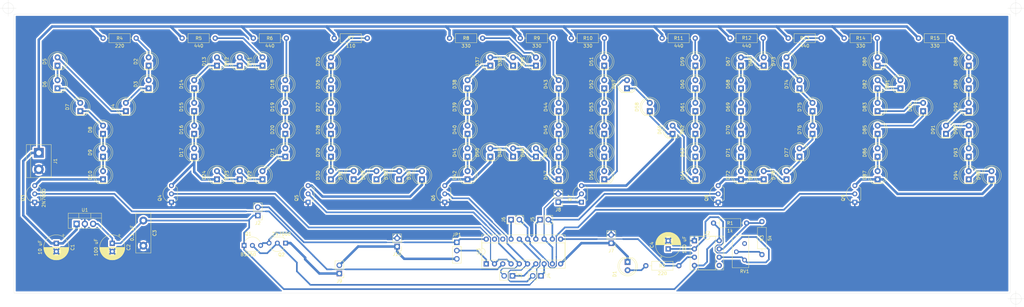
<source format=kicad_pcb>
(kicad_pcb (version 20171130) (host pcbnew 5.1.4-e60b266~84~ubuntu16.04.1)
  (title_block (title "Running LED (YOLAND)") (date 2019-08-23) (rev 1.0))
  (layers (0 F.Cu signal hide) (31 B.Cu signal) (35 F.Paste user) (37 F.SilkS user) (38 B.Mask user) (39 F.Mask user hide) (44 Edge.Cuts user))
  (net 0 "")
  (net 1 GND)
  (net 2 +24V)
  (net 3 +5V)
  (net 4 "Net-(C4-Pad1)")
  (net 5 "Net-(D1-Pad2)")
  (net 6 "Net-(D2-Pad2)")
  (net 7 "Net-(D2-Pad1)")
  (net 8 "Net-(D3-Pad1)")
  (net 9 "Net-(D4-Pad1)")
  (net 10 "Net-(D5-Pad1)")
  (net 11 "Net-(D6-Pad1)")
  (net 12 "Net-(D7-Pad1)")
  (net 13 "Net-(D8-Pad1)")
  (net 14 "Net-(D10-Pad2)")
  (net 15 "Net-(D10-Pad1)")
  (net 16 "Net-(D11-Pad2)")
  (net 17 "Net-(D11-Pad1)")
  (net 18 "Net-(D12-Pad1)")
  (net 19 "Net-(D13-Pad1)")
  (net 20 "Net-(D14-Pad1)")
  (net 21 "Net-(D15-Pad1)")
  (net 22 "Net-(D16-Pad1)")
  (net 23 "Net-(D17-Pad1)")
  (net 24 "Net-(D18-Pad2)")
  (net 25 "Net-(D18-Pad1)")
  (net 26 "Net-(D19-Pad1)")
  (net 27 "Net-(D20-Pad1)")
  (net 28 "Net-(D21-Pad1)")
  (net 29 "Net-(D22-Pad1)")
  (net 30 "Net-(D23-Pad1)")
  (net 31 "Net-(D25-Pad2)")
  (net 32 "Net-(D25-Pad1)")
  (net 33 "Net-(D26-Pad1)")
  (net 34 "Net-(D27-Pad1)")
  (net 35 "Net-(D28-Pad1)")
  (net 36 "Net-(D29-Pad1)")
  (net 37 "Net-(D30-Pad1)")
  (net 38 "Net-(D31-Pad1)")
  (net 39 "Net-(D32-Pad1)")
  (net 40 "Net-(D33-Pad1)")
  (net 41 "Net-(D34-Pad1)")
  (net 42 "Net-(D35-Pad2)")
  (net 43 "Net-(D35-Pad1)")
  (net 44 "Net-(D36-Pad1)")
  (net 45 "Net-(D37-Pad1)")
  (net 46 "Net-(D38-Pad1)")
  (net 47 "Net-(D39-Pad1)")
  (net 48 "Net-(D40-Pad1)")
  (net 49 "Net-(D41-Pad1)")
  (net 50 "Net-(D42-Pad1)")
  (net 51 "Net-(D43-Pad2)")
  (net 52 "Net-(D43-Pad1)")
  (net 53 "Net-(D44-Pad1)")
  (net 54 "Net-(D45-Pad1)")
  (net 55 "Net-(D46-Pad1)")
  (net 56 "Net-(D47-Pad1)")
  (net 57 "Net-(D48-Pad1)")
  (net 58 "Net-(D49-Pad1)")
  (net 59 "Net-(D51-Pad2)")
  (net 60 "Net-(D51-Pad1)")
  (net 61 "Net-(D52-Pad1)")
  (net 62 "Net-(D53-Pad1)")
  (net 63 "Net-(D54-Pad1)")
  (net 64 "Net-(D55-Pad1)")
  (net 65 "Net-(D56-Pad1)")
  (net 66 "Net-(D57-Pad1)")
  (net 67 "Net-(D58-Pad1)")
  (net 68 "Net-(D59-Pad2)")
  (net 69 "Net-(D59-Pad1)")
  (net 70 "Net-(D60-Pad1)")
  (net 71 "Net-(D61-Pad1)")
  (net 72 "Net-(D62-Pad1)")
  (net 73 "Net-(D63-Pad1)")
  (net 74 "Net-(D64-Pad1)")
  (net 75 "Net-(D66-Pad2)")
  (net 76 "Net-(D66-Pad1)")
  (net 77 "Net-(D67-Pad1)")
  (net 78 "Net-(D68-Pad1)")
  (net 79 "Net-(D69-Pad1)")
  (net 80 "Net-(D70-Pad1)")
  (net 81 "Net-(D71-Pad1)")
  (net 82 "Net-(D72-Pad1)")
  (net 83 "Net-(D73-Pad2)")
  (net 84 "Net-(D73-Pad1)")
  (net 85 "Net-(D74-Pad1)")
  (net 86 "Net-(D75-Pad1)")
  (net 87 "Net-(D76-Pad1)")
  (net 88 "Net-(D77-Pad1)")
  (net 89 "Net-(D78-Pad1)")
  (net 90 "Net-(D80-Pad2)")
  (net 91 "Net-(D80-Pad1)")
  (net 92 "Net-(D81-Pad1)")
  (net 93 "Net-(D82-Pad1)")
  (net 94 "Net-(D83-Pad1)")
  (net 95 "Net-(D84-Pad1)")
  (net 96 "Net-(D85-Pad1)")
  (net 97 "Net-(D86-Pad1)")
  (net 98 "Net-(D87-Pad1)")
  (net 99 "Net-(D88-Pad2)")
  (net 100 "Net-(D88-Pad1)")
  (net 101 "Net-(D89-Pad1)")
  (net 102 "Net-(D90-Pad1)")
  (net 103 "Net-(D91-Pad1)")
  (net 104 "Net-(D92-Pad1)")
  (net 105 "Net-(D93-Pad1)")
  (net 106 "Net-(D94-Pad1)")
  (net 107 "Net-(JP1-Pad2)")
  (net 108 /O_Y)
  (net 109 /INV_IN)
  (net 110 /O_O)
  (net 111 /O_L)
  (net 112 /O_A)
  (net 113 /O_N)
  (net 114 /O_D)
  (net 115 /O_N.)
  (net 116 "Net-(R1-Pad2)")
  (net 117 /CLOCK)
  (net 118 "Net-(R3-Pad1)")
  (net 119 "Net-(RV1-Pad3)")
  (net 120 "Net-(U2-Pad5)")
  (net 121 "Net-(U3-Pad19)")
  (net 122 "Net-(U3-Pad18)")
  (net 123 /O_VIA_L)
  (net 124 /O_VIA_A)
  (net 125 /O_VIA_D)
  (net 126 /O_VIA_N.)
  (net 127 /5V_VIA)
  (net 128 /GND1)
  (net 129 /GND2)
  (net 130 /2_3GND)
  (net 131 /1_3GND)
  (module Package_TO_SOT_THT:TO-92_Inline_Wide (layer F.Cu) (at 79.6488 163.1696 180)
    (fp_text reference Q2 (at 1.27 -3.56) (layer F.SilkS))
    (fp_text value 2N7000 (at 1.27 2.79) (layer F.SilkS))
    (pad 1 thru_hole rect (at 0 0 270) (size 1.5 1.5) (drill 0.8) (layers *.Cu *.Mask) (net 131 /1_3GND))
    (pad 3 thru_hole circle (at 5.08 0 270) (size 1.5 1.5) (drill 0.8) (layers *.Cu *.Mask) (net 108 /O_Y))
    (pad 2 thru_hole circle (at 2.54 0 270) (size 1.5 1.5) (drill 0.8) (layers *.Cu *.Mask) (net 109 /INV_IN))
  )
  (module Package_TO_SOT_THT:TO-92_Inline_Wide (layer F.Cu) (at 66.8952 163.8896)
    (fp_text reference Q1 (at 1.27 -3.56) (layer F.SilkS))
    (fp_text value BS250 (at 1.27 2.79) (layer F.SilkS))
    (pad 1 thru_hole rect (at 0 0 90) (size 1.5 1.5) (drill 0.8) (layers *.Cu *.Mask) (net 3 +5V))
    (pad 3 thru_hole circle (at 5.08 0 90) (size 1.5 1.5) (drill 0.8) (layers *.Cu *.Mask) (net 108 /O_Y))
    (pad 2 thru_hole circle (at 2.54 0 90) (size 1.5 1.5) (drill 0.8) (layers *.Cu *.Mask) (net 109 /INV_IN))
  )
  (module Package_TO_SOT_THT:TO-92_Inline_Wide (layer F.Cu) (at 254.5608 150.5654 90)
    (fp_text reference Q9 (at 1.27 -3.56 90) (layer F.SilkS))
    (fp_text value 2N7000)
    (pad 1 thru_hole rect (at 0 0 180) (size 1.5 1.5) (drill 0.8) (layers *.Cu *.Mask) (net 1 GND))
    (pad 3 thru_hole circle (at 5.08 0 180) (size 1.5 1.5) (drill 0.8) (layers *.Cu *.Mask) (net 98 "Net-(D87-Pad1)"))
    (pad 2 thru_hole circle (at 2.54 0 180) (size 1.5 1.5) (drill 0.8) (layers *.Cu *.Mask) (net 115 /O_N.))
  )
  (module Package_TO_SOT_THT:TO-92_Inline_Wide (layer F.Cu) (at 212.5608 150.5654 90)
    (fp_text reference Q8 (at 1.27 -3.56 90) (layer F.SilkS))
    (fp_text value 2N7000)
    (pad 1 thru_hole rect (at 0 0 180) (size 1.5 1.5) (drill 0.8) (layers *.Cu *.Mask) (net 1 GND))
    (pad 3 thru_hole circle (at 5.08 0 180) (size 1.5 1.5) (drill 0.8) (layers *.Cu *.Mask) (net 82 "Net-(D72-Pad1)"))
    (pad 2 thru_hole circle (at 2.54 0 180) (size 1.5 1.5) (drill 0.8) (layers *.Cu *.Mask) (net 114 /O_D))
  )
  (module Package_TO_SOT_THT:TO-92_Inline_Wide (layer F.Cu) (at 170.5608 150.5654 90)
    (fp_text reference Q7 (at 1.27 -3.56 90) (layer F.SilkS))
    (fp_text value 2N7000)
    (pad 1 thru_hole rect (at 0 0 180) (size 1.5 1.5) (drill 0.8) (layers *.Cu *.Mask) (net 129 /GND2))
    (pad 3 thru_hole circle (at 5.08 0 180) (size 1.5 1.5) (drill 0.8) (layers *.Cu *.Mask) (net 67 "Net-(D58-Pad1)"))
    (pad 2 thru_hole circle (at 2.54 0 180) (size 1.5 1.5) (drill 0.8) (layers *.Cu *.Mask) (net 113 /O_N))
  )
  (module Package_TO_SOT_THT:TO-92_Inline_Wide (layer F.Cu) (at 128.5608 150.5654 90)
    (fp_text reference Q6 (at 1.27 -3.56 90) (layer F.SilkS))
    (fp_text value 2N7000)
    (pad 1 thru_hole rect (at 0 0 180) (size 1.5 1.5) (drill 0.8) (layers *.Cu *.Mask) (net 1 GND))
    (pad 3 thru_hole circle (at 5.08 0 180) (size 1.5 1.5) (drill 0.8) (layers *.Cu *.Mask) (net 50 "Net-(D42-Pad1)"))
    (pad 2 thru_hole circle (at 2.54 0 180) (size 1.5 1.5) (drill 0.8) (layers *.Cu *.Mask) (net 112 /O_A))
  )
  (module Package_TO_SOT_THT:TO-92_Inline_Wide (layer F.Cu) (at 86.5608 150.5654 90)
    (fp_text reference Q5 (at 1.27 -3.56 90) (layer F.SilkS))
    (fp_text value 2N7000)
    (pad 1 thru_hole rect (at 0 0 180) (size 1.5 1.5) (drill 0.8) (layers *.Cu *.Mask) (net 1 GND))
    (pad 3 thru_hole circle (at 5.08 0 180) (size 1.5 1.5) (drill 0.8) (layers *.Cu *.Mask) (net 41 "Net-(D34-Pad1)"))
    (pad 2 thru_hole circle (at 2.54 0 180) (size 1.5 1.5) (drill 0.8) (layers *.Cu *.Mask) (net 111 /O_L))
  )
  (module Package_TO_SOT_THT:TO-92_Inline_Wide (layer F.Cu) (at 2.5608 150.5654 90)
    (fp_text reference Q3 (at 1.27 -3.56 90) (layer F.SilkS))
    (fp_text value 2N7000 (at 1.27 2.79 90) (layer F.SilkS))
    (pad 1 thru_hole rect (at 0 0 180) (size 1.5 1.5) (drill 0.8) (layers *.Cu *.Mask) (net 1 GND))
    (pad 3 thru_hole circle (at 5.08 0 180) (size 1.5 1.5) (drill 0.8) (layers *.Cu *.Mask) (net 15 "Net-(D10-Pad1)"))
    (pad 2 thru_hole circle (at 2.54 0 180) (size 1.5 1.5) (drill 0.8) (layers *.Cu *.Mask) (net 108 /O_Y))
  )
  (module Package_TO_SOT_THT:TO-92_Inline_Wide (layer F.Cu) (at 44.5608 150.5654 90)
    (fp_text reference Q4 (at 1.27 -3.56 90) (layer F.SilkS))
    (fp_text value 2N7000)
    (pad 1 thru_hole rect (at 0 0 180) (size 1.5 1.5) (drill 0.8) (layers *.Cu *.Mask) (net 1 GND))
    (pad 3 thru_hole circle (at 5.08 0 180) (size 1.5 1.5) (drill 0.8) (layers *.Cu *.Mask) (net 23 "Net-(D17-Pad1)"))
    (pad 2 thru_hole circle (at 2.54 0 180) (size 1.5 1.5) (drill 0.8) (layers *.Cu *.Mask) (net 110 /O_O))
  )
  (module Package_DIP:DIP-20_W7.62mm_Socket (layer F.Cu) (at 141.3002 169.5704 90)
    (fp_text reference U3 (at 3.81 -2.33 90) (layer F.SilkS))
    (fp_text value 74LS374)
    (pad 20 thru_hole oval (at 7.62 0 90) (size 1.6 1.6) (drill 0.8) (layers *.Cu *.Mask) (net 127 /5V_VIA))
    (pad 10 thru_hole oval (at 0 22.86 90) (size 1.6 1.6) (drill 0.8) (layers *.Cu *.Mask) (net 128 /GND1))
    (pad 19 thru_hole oval (at 7.62 2.54 90) (size 1.6 1.6) (drill 0.8) (layers *.Cu *.Mask) (net 121 "Net-(U3-Pad19)"))
    (pad 9 thru_hole oval (at 0 20.32 90) (size 1.6 1.6) (drill 0.8) (layers *.Cu *.Mask) (net 113 /O_N))
    (pad 18 thru_hole oval (at 7.62 5.08 90) (size 1.6 1.6) (drill 0.8) (layers *.Cu *.Mask) (net 122 "Net-(U3-Pad18)"))
    (pad 8 thru_hole oval (at 0 17.78 90) (size 1.6 1.6) (drill 0.8) (layers *.Cu *.Mask) (net 124 /O_VIA_A))
    (pad 17 thru_hole oval (at 7.62 7.62 90) (size 1.6 1.6) (drill 0.8) (layers *.Cu *.Mask) (net 126 /O_VIA_N.))
    (pad 7 thru_hole oval (at 0 15.24 90) (size 1.6 1.6) (drill 0.8) (layers *.Cu *.Mask) (net 123 /O_VIA_L))
    (pad 16 thru_hole oval (at 7.62 10.16 90) (size 1.6 1.6) (drill 0.8) (layers *.Cu *.Mask) (net 109 /INV_IN))
    (pad 6 thru_hole oval (at 0 12.7 90) (size 1.6 1.6) (drill 0.8) (layers *.Cu *.Mask) (net 112 /O_A))
    (pad 15 thru_hole oval (at 7.62 12.7 90) (size 1.6 1.6) (drill 0.8) (layers *.Cu *.Mask) (net 115 /O_N.))
    (pad 5 thru_hole oval (at 0 10.16 90) (size 1.6 1.6) (drill 0.8) (layers *.Cu *.Mask) (net 111 /O_L))
    (pad 14 thru_hole oval (at 7.62 15.24 90) (size 1.6 1.6) (drill 0.8) (layers *.Cu *.Mask) (net 125 /O_VIA_D))
    (pad 4 thru_hole oval (at 0 7.62 90) (size 1.6 1.6) (drill 0.8) (layers *.Cu *.Mask) (net 110 /O_O))
    (pad 13 thru_hole oval (at 7.62 17.78 90) (size 1.6 1.6) (drill 0.8) (layers *.Cu *.Mask) (net 113 /O_N))
    (pad 3 thru_hole oval (at 0 5.08 90) (size 1.6 1.6) (drill 0.8) (layers *.Cu *.Mask) (net 108 /O_Y))
    (pad 12 thru_hole oval (at 7.62 20.32 90) (size 1.6 1.6) (drill 0.8) (layers *.Cu *.Mask) (net 114 /O_D))
    (pad 2 thru_hole oval (at 0 2.54 90) (size 1.6 1.6) (drill 0.8) (layers *.Cu *.Mask) (net 110 /O_O))
    (pad 11 thru_hole oval (at 7.62 22.86 90) (size 1.6 1.6) (drill 0.8) (layers *.Cu *.Mask) (net 117 /CLOCK))
    (pad 1 thru_hole rect (at 0 0 90) (size 1.6 1.6) (drill 0.8) (layers *.Cu *.Mask) (net 107 "Net-(JP1-Pad2)"))
  )
  (module Connector_PinHeader_2.54mm:PinHeader_1x02_P2.54mm_Vertical (layer F.Cu) (at 113.919 164.2364 180)
    (fp_text reference J10 (at 0 -2.33) (layer F.SilkS))
    (fp_text value GND_VIA)
    (pad 2 thru_hole oval (at 0 2.54 180) (size 1.7 1.7) (drill 1) (layers *.Cu *.Mask) (net 1 GND))
    (pad 1 thru_hole rect (at 0 0 180) (size 1.7 1.7) (drill 1) (layers *.Cu *.Mask) (net 130 /2_3GND))
  )
  (module Connector_PinHeader_2.54mm:PinHeader_1x02_P2.54mm_Vertical (layer F.Cu) (at 96.1644 172.5422 180)
    (fp_text reference J9 (at 0 -2.33) (layer F.SilkS))
    (fp_text value GND_VIA)
    (pad 2 thru_hole oval (at 0 2.54 180) (size 1.7 1.7) (drill 1) (layers *.Cu *.Mask) (net 130 /2_3GND))
    (pad 1 thru_hole rect (at 0 0 180) (size 1.7 1.7) (drill 1) (layers *.Cu *.Mask) (net 131 /1_3GND))
  )
  (module Connector_PinHeader_2.54mm:PinHeader_1x02_P2.54mm_Vertical (layer F.Cu) (at 163.4236 150.5712 180)
    (fp_text reference J8 (at 0 -2.33) (layer F.SilkS))
    (fp_text value GND_VIA)
    (pad 2 thru_hole oval (at 0 2.54 180) (size 1.7 1.7) (drill 1) (layers *.Cu *.Mask) (net 1 GND))
    (pad 1 thru_hole rect (at 0 0 180) (size 1.7 1.7) (drill 1) (layers *.Cu *.Mask) (net 129 /GND2))
  )
  (module Connector_PinHeader_2.54mm:PinHeader_1x02_P2.54mm_Vertical (layer F.Cu) (at 179.705 163.195 180)
    (fp_text reference J7 (at 0 -2.33) (layer F.SilkS))
    (fp_text value GND_VIA)
    (pad 1 thru_hole rect (at 0 0 180) (size 1.7 1.7) (drill 1) (layers *.Cu *.Mask) (net 128 /GND1))
    (pad 2 thru_hole oval (at 0 2.54 180) (size 1.7 1.7) (drill 1) (layers *.Cu *.Mask) (net 1 GND))
  )
  (module Connector_PinHeader_2.54mm:PinHeader_1x02_P2.54mm_Vertical (layer F.Cu) (at 71.12 154.686 180)
    (fp_text reference J2 (at 0 -2.33) (layer F.SilkS))
    (fp_text value VCC_VIA)
    (pad 2 thru_hole oval (at 0 2.54 180) (size 1.7 1.7) (drill 1) (layers *.Cu *.Mask) (net 127 /5V_VIA))
    (pad 1 thru_hole rect (at 0 0 180) (size 1.7 1.7) (drill 1) (layers *.Cu *.Mask) (net 3 +5V))
  )
  (module Connector_PinHeader_2.54mm:PinHeader_1x02_P2.54mm_Vertical (layer F.Cu) (at 148.9202 155.956 90)
    (fp_text reference J6 (at 0 -2.33 90) (layer F.SilkS))
    (fp_text value N._VIA)
    (pad 1 thru_hole rect (at 0 0 90) (size 1.7 1.7) (drill 1) (layers *.Cu *.Mask) (net 126 /O_VIA_N.))
    (pad 2 thru_hole oval (at 0 2.54 90) (size 1.7 1.7) (drill 1) (layers *.Cu *.Mask) (net 115 /O_N.))
  )
  (module Connector_PinHeader_2.54mm:PinHeader_1x02_P2.54mm_Vertical (layer F.Cu) (at 157.8356 155.956 90)
    (fp_text reference J5 (at 0 -2.33 90) (layer F.SilkS))
    (fp_text value D_VIA)
    (pad 2 thru_hole oval (at 0 2.54 90) (size 1.7 1.7) (drill 1) (layers *.Cu *.Mask) (net 114 /O_D))
    (pad 1 thru_hole rect (at 0 0 90) (size 1.7 1.7) (drill 1) (layers *.Cu *.Mask) (net 125 /O_VIA_D))
  )
  (module Connector_PinHeader_2.54mm:PinHeader_1x02_P2.54mm_Vertical (layer F.Cu) (at 158.115 173.2534 270)
    (fp_text reference J4 (at 0 -2.33 90) (layer F.SilkS))
    (fp_text value A_VIA)
    (pad 2 thru_hole oval (at 0 2.54 270) (size 1.7 1.7) (drill 1) (layers *.Cu *.Mask) (net 112 /O_A))
    (pad 1 thru_hole rect (at 0 0 270) (size 1.7 1.7) (drill 1) (layers *.Cu *.Mask) (net 124 /O_VIA_A))
  )
  (module Connector_PinHeader_2.54mm:PinHeader_1x02_P2.54mm_Vertical (layer F.Cu) (at 149.352 173.2534 270)
    (fp_text reference J3 (at 0 -2.33 90) (layer F.SilkS))
    (fp_text value L_VIA)
    (pad 2 thru_hole oval (at 0 2.54 270) (size 1.7 1.7) (drill 1) (layers *.Cu *.Mask) (net 111 /O_L))
    (pad 1 thru_hole rect (at 0 0 270) (size 1.7 1.7) (drill 1) (layers *.Cu *.Mask) (net 123 /O_VIA_L))
  )
  (module Resistor_THT:R_Axial_DIN0207_L6.3mm_D2.5mm_P10.16mm_Horizontal (layer F.Cu) (at 211.1356 157.0118)
    (fp_text reference R1 (at 5.08 0.0072) (layer F.SilkS))
    (fp_text value 1k (at 5.08 2.37) (layer F.SilkS))
    (pad 2 thru_hole oval (at 10.16 0) (size 1.6 1.6) (drill 0.8) (layers *.Cu *.Mask) (net 116 "Net-(R1-Pad2)"))
    (pad 1 thru_hole circle (at 0 0) (size 1.6 1.6) (drill 0.8) (layers *.Cu *.Mask) (net 3 +5V))
  )
  (module Resistor_THT:R_Axial_DIN0207_L6.3mm_D2.5mm_P10.16mm_Horizontal (layer F.Cu) (at 226.02 166.7218 90)
    (fp_text reference R3 (at 5.0546 -0.0414 90) (layer F.SilkS))
    (fp_text value 5k (at 5.08 2.37 90) (layer F.SilkS))
    (pad 2 thru_hole oval (at 10.16 0 90) (size 1.6 1.6) (drill 0.8) (layers *.Cu *.Mask) (net 116 "Net-(R1-Pad2)"))
    (pad 1 thru_hole circle (at 0 0 90) (size 1.6 1.6) (drill 0.8) (layers *.Cu *.Mask) (net 118 "Net-(R3-Pad1)"))
  )
  (module Package_DIP:DIP-8_W7.62mm_Socket (layer F.Cu) (at 205.272589 162.4382)
    (fp_text reference U2 (at 3.81 -2.33) (layer F.SilkS))
    (fp_text value LM555)
    (pad 8 thru_hole oval (at 7.62 0) (size 1.6 1.6) (drill 0.8) (layers *.Cu *.Mask) (net 3 +5V))
    (pad 4 thru_hole oval (at 0 7.62) (size 1.6 1.6) (drill 0.8) (layers *.Cu *.Mask) (net 3 +5V))
    (pad 7 thru_hole oval (at 7.62 2.54) (size 1.6 1.6) (drill 0.8) (layers *.Cu *.Mask) (net 116 "Net-(R1-Pad2)"))
    (pad 3 thru_hole oval (at 0 5.08) (size 1.6 1.6) (drill 0.8) (layers *.Cu *.Mask) (net 117 /CLOCK))
    (pad 6 thru_hole oval (at 7.62 5.08) (size 1.6 1.6) (drill 0.8) (layers *.Cu *.Mask) (net 4 "Net-(C4-Pad1)"))
    (pad 2 thru_hole oval (at 0 2.54) (size 1.6 1.6) (drill 0.8) (layers *.Cu *.Mask) (net 4 "Net-(C4-Pad1)"))
    (pad 5 thru_hole oval (at 7.62 7.62) (size 1.6 1.6) (drill 0.8) (layers *.Cu *.Mask) (net 120 "Net-(U2-Pad5)"))
    (pad 1 thru_hole rect (at 0 0) (size 1.6 1.6) (drill 0.8) (layers *.Cu *.Mask) (net 1 GND))
  )
  (module Package_TO_SOT_THT:TO-220-3_Vertical (layer F.Cu) (at 15.4178 157.2514)
    (fp_text reference U1 (at 2.54 -4.27) (layer F.SilkS))
    (fp_text value LM7808_TO220)
    (pad 3 thru_hole oval (at 5.08 0) (size 1.905 2) (drill 1.1) (layers *.Cu *.Mask) (net 3 +5V))
    (pad 2 thru_hole oval (at 2.54 0) (size 1.905 2) (drill 1.1) (layers *.Cu *.Mask) (net 1 GND))
    (pad 1 thru_hole rect (at 0 0) (size 1.905 2) (drill 1.1) (layers *.Cu *.Mask) (net 2 +24V))
  )
  (module Potentiometer_THT:Potentiometer_Bourns_3386X_Horizontal (layer F.Cu) (at 220.686 168.3982 180)
    (fp_text reference RV1 (at 0 -3.475) (layer F.SilkS))
    (fp_text value 10k)
    (pad 1 thru_hole circle (at 0 0 180) (size 1.44 1.44) (drill 0.8) (layers *.Cu *.Mask) (net 4 "Net-(C4-Pad1)"))
    (pad 2 thru_hole circle (at 2.54 2.54 180) (size 1.44 1.44) (drill 0.8) (layers *.Cu *.Mask) (net 118 "Net-(R3-Pad1)"))
    (pad 3 thru_hole circle (at 0 5.08 180) (size 1.44 1.44) (drill 0.8) (layers *.Cu *.Mask) (net 119 "Net-(RV1-Pad3)"))
  )
  (module Resistor_THT:R_Axial_DIN0207_L6.3mm_D2.5mm_P10.16mm_Horizontal (layer F.Cu) (at 274.1168 100.1014)
    (fp_text reference R15 (at 5.0546 -0.0254) (layer F.SilkS))
    (fp_text value 330 (at 5.08 2.37) (layer F.SilkS))
    (pad 2 thru_hole oval (at 10.16 0) (size 1.6 1.6) (drill 0.8) (layers *.Cu *.Mask) (net 99 "Net-(D88-Pad2)"))
    (pad 1 thru_hole circle (at 0 0) (size 1.6 1.6) (drill 0.8) (layers *.Cu *.Mask) (net 2 +24V))
  )
  (module Resistor_THT:R_Axial_DIN0207_L6.3mm_D2.5mm_P10.16mm_Horizontal (layer F.Cu) (at 251.2822 100.1014)
    (fp_text reference R14 (at 5.08 0) (layer F.SilkS))
    (fp_text value 330 (at 5.08 2.37) (layer F.SilkS))
    (pad 2 thru_hole oval (at 10.16 0) (size 1.6 1.6) (drill 0.8) (layers *.Cu *.Mask) (net 90 "Net-(D80-Pad2)"))
    (pad 1 thru_hole circle (at 0 0) (size 1.6 1.6) (drill 0.8) (layers *.Cu *.Mask) (net 2 +24V))
  )
  (module Resistor_THT:R_Axial_DIN0207_L6.3mm_D2.5mm_P10.16mm_Horizontal (layer F.Cu) (at 234.0864 100.1014)
    (fp_text reference R13 (at 5.08 0) (layer F.SilkS))
    (fp_text value 440 (at 5.08 2.37) (layer F.SilkS))
    (pad 2 thru_hole oval (at 10.16 0) (size 1.6 1.6) (drill 0.8) (layers *.Cu *.Mask) (net 83 "Net-(D73-Pad2)"))
    (pad 1 thru_hole circle (at 0 0) (size 1.6 1.6) (drill 0.8) (layers *.Cu *.Mask) (net 2 +24V))
  )
  (module Resistor_THT:R_Axial_DIN0207_L6.3mm_D2.5mm_P10.16mm_Horizontal (layer F.Cu) (at 216.2302 100.1014)
    (fp_text reference R12 (at 5.08 -0.0762) (layer F.SilkS))
    (fp_text value 440 (at 5.08 2.37) (layer F.SilkS))
    (pad 2 thru_hole oval (at 10.16 0) (size 1.6 1.6) (drill 0.8) (layers *.Cu *.Mask) (net 75 "Net-(D66-Pad2)"))
    (pad 1 thru_hole circle (at 0 0) (size 1.6 1.6) (drill 0.8) (layers *.Cu *.Mask) (net 2 +24V))
  )
  (module Resistor_THT:R_Axial_DIN0207_L6.3mm_D2.5mm_P10.16mm_Horizontal (layer F.Cu) (at 195.3514 100.1014)
    (fp_text reference R11 (at 5.0546 0) (layer F.SilkS))
    (fp_text value 440 (at 5.08 2.37) (layer F.SilkS))
    (pad 2 thru_hole oval (at 10.16 0) (size 1.6 1.6) (drill 0.8) (layers *.Cu *.Mask) (net 68 "Net-(D59-Pad2)"))
    (pad 1 thru_hole circle (at 0 0) (size 1.6 1.6) (drill 0.8) (layers *.Cu *.Mask) (net 2 +24V))
  )
  (module Resistor_THT:R_Axial_DIN0207_L6.3mm_D2.5mm_P10.16mm_Horizontal (layer F.Cu) (at 167.4368 100.1014)
    (fp_text reference R10 (at 5.1054 0) (layer F.SilkS))
    (fp_text value 330 (at 5.08 2.37) (layer F.SilkS))
    (pad 2 thru_hole oval (at 10.16 0) (size 1.6 1.6) (drill 0.8) (layers *.Cu *.Mask) (net 59 "Net-(D51-Pad2)"))
    (pad 1 thru_hole circle (at 0 0) (size 1.6 1.6) (drill 0.8) (layers *.Cu *.Mask) (net 2 +24V))
  )
  (module Resistor_THT:R_Axial_DIN0207_L6.3mm_D2.5mm_P10.16mm_Horizontal (layer F.Cu) (at 151.765 100.1014)
    (fp_text reference R9 (at 5.08 0) (layer F.SilkS))
    (fp_text value 330 (at 5.08 2.37) (layer F.SilkS))
    (pad 2 thru_hole oval (at 10.16 0) (size 1.6 1.6) (drill 0.8) (layers *.Cu *.Mask) (net 51 "Net-(D43-Pad2)"))
    (pad 1 thru_hole circle (at 0 0) (size 1.6 1.6) (drill 0.8) (layers *.Cu *.Mask) (net 2 +24V))
  )
  (module Resistor_THT:R_Axial_DIN0207_L6.3mm_D2.5mm_P10.16mm_Horizontal (layer F.Cu) (at 130.0226 100.1014)
    (fp_text reference R8 (at 5.08 0) (layer F.SilkS))
    (fp_text value 330 (at 5.08 2.37) (layer F.SilkS))
    (pad 2 thru_hole oval (at 10.16 0) (size 1.6 1.6) (drill 0.8) (layers *.Cu *.Mask) (net 42 "Net-(D35-Pad2)"))
    (pad 1 thru_hole circle (at 0 0) (size 1.6 1.6) (drill 0.8) (layers *.Cu *.Mask) (net 2 +24V))
  )
  (module Resistor_THT:R_Axial_DIN0207_L6.3mm_D2.5mm_P10.16mm_Horizontal (layer F.Cu) (at 94.5896 100.1014)
    (fp_text reference R7 (at 5.1054 -0.0254) (layer F.SilkS))
    (fp_text value 110 (at 5.08 2.37) (layer F.SilkS))
    (pad 2 thru_hole oval (at 10.16 0) (size 1.6 1.6) (drill 0.8) (layers *.Cu *.Mask) (net 31 "Net-(D25-Pad2)"))
    (pad 1 thru_hole circle (at 0 0) (size 1.6 1.6) (drill 0.8) (layers *.Cu *.Mask) (net 2 +24V))
  )
  (module Resistor_THT:R_Axial_DIN0207_L6.3mm_D2.5mm_P10.16mm_Horizontal (layer F.Cu) (at 69.723 100.1014)
    (fp_text reference R6 (at 5.0546 0.0254) (layer F.SilkS))
    (fp_text value 440 (at 5.08 2.37) (layer F.SilkS))
    (pad 2 thru_hole oval (at 10.16 0) (size 1.6 1.6) (drill 0.8) (layers *.Cu *.Mask) (net 24 "Net-(D18-Pad2)"))
    (pad 1 thru_hole circle (at 0 0) (size 1.6 1.6) (drill 0.8) (layers *.Cu *.Mask) (net 2 +24V))
  )
  (module Resistor_THT:R_Axial_DIN0207_L6.3mm_D2.5mm_P10.16mm_Horizontal (layer F.Cu) (at 47.8536 100.1014)
    (fp_text reference R5 (at 5.08 0.0254) (layer F.SilkS))
    (fp_text value 440 (at 5.08 2.37) (layer F.SilkS))
    (pad 2 thru_hole oval (at 10.16 0) (size 1.6 1.6) (drill 0.8) (layers *.Cu *.Mask) (net 16 "Net-(D11-Pad2)"))
    (pad 1 thru_hole circle (at 0 0) (size 1.6 1.6) (drill 0.8) (layers *.Cu *.Mask) (net 2 +24V))
  )
  (module Resistor_THT:R_Axial_DIN0207_L6.3mm_D2.5mm_P10.16mm_Horizontal (layer F.Cu) (at 23.5608 100.1014)
    (fp_text reference R4 (at 5.0904 0.0254) (layer F.SilkS))
    (fp_text value 220 (at 5.08 2.37) (layer F.SilkS))
    (pad 2 thru_hole oval (at 10.16 0) (size 1.6 1.6) (drill 0.8) (layers *.Cu *.Mask) (net 6 "Net-(D2-Pad2)"))
    (pad 1 thru_hole circle (at 0 0) (size 1.6 1.6) (drill 0.8) (layers *.Cu *.Mask) (net 2 +24V))
  )
  (module Resistor_THT:R_Axial_DIN0207_L6.3mm_D2.5mm_P10.16mm_Horizontal (layer F.Cu) (at 190.3424 170.1382)
    (fp_text reference R2 (at 5.0546 0.0126) (layer F.SilkS))
    (fp_text value 220 (at 5.08 2.37) (layer F.SilkS))
    (pad 2 thru_hole oval (at 10.16 0) (size 1.6 1.6) (drill 0.8) (layers *.Cu *.Mask) (net 117 /CLOCK))
    (pad 1 thru_hole circle (at 0 0) (size 1.6 1.6) (drill 0.8) (layers *.Cu *.Mask) (net 5 "Net-(D1-Pad2)"))
  )
  (module Connector_PinHeader_2.54mm:PinHeader_1x03_P2.54mm_Vertical (layer F.Cu) (at 132.2578 162.941)
    (fp_text reference JP1 (at 0 -2.33) (layer F.SilkS))
    (fp_text value Jumper_NC_Dual)
    (pad 3 thru_hole oval (at 0 5.08) (size 1.7 1.7) (drill 1) (layers *.Cu *.Mask) (net 130 /2_3GND))
    (pad 2 thru_hole oval (at 0 2.54) (size 1.7 1.7) (drill 1) (layers *.Cu *.Mask) (net 107 "Net-(JP1-Pad2)"))
    (pad 1 thru_hole rect (at 0 0) (size 1.7 1.7) (drill 1) (layers *.Cu *.Mask) (net 127 /5V_VIA))
  )
  (module TerminalBlock:TerminalBlock_bornier-2_P5.08mm (layer F.Cu) (at 3.81 135.4074 270)
    (fp_text reference J1 (at 2.54 -5.08 90) (layer F.SilkS))
    (fp_text value Power_Terminal)
    (pad 2 thru_hole circle (at 5.08 0 270) (size 3 3) (drill 1.52) (layers *.Cu *.Mask) (net 1 GND))
    (pad 1 thru_hole rect (at 0 0 270) (size 3 3) (drill 1.52) (layers *.Cu *.Mask) (net 2 +24V))
  )
  (module LED_THT:LED_D5.0mm (layer F.Cu) (at 296.5608 143.5654 90)
    (fp_text reference D95 (at 1.27 -3.96 90) (layer F.SilkS))
    (fp_text value LED)
    (pad 2 thru_hole circle (at 2.54 0 90) (size 1.8 1.8) (drill 0.9) (layers *.Cu *.Mask) (net 106 "Net-(D94-Pad1)"))
    (pad 1 thru_hole rect (at 0 0 90) (size 1.8 1.8) (drill 0.9) (layers *.Cu *.Mask) (net 98 "Net-(D87-Pad1)"))
  )
  (module LED_THT:LED_D5.0mm (layer F.Cu) (at 289.5608 143.5654 90)
    (fp_text reference D94 (at 1.27 -3.96 90) (layer F.SilkS))
    (fp_text value LED)
    (pad 2 thru_hole circle (at 2.54 0 90) (size 1.8 1.8) (drill 0.9) (layers *.Cu *.Mask) (net 105 "Net-(D93-Pad1)"))
    (pad 1 thru_hole rect (at 0 0 90) (size 1.8 1.8) (drill 0.9) (layers *.Cu *.Mask) (net 106 "Net-(D94-Pad1)"))
  )
  (module LED_THT:LED_D5.0mm (layer F.Cu) (at 289.5608 136.5654 90)
    (fp_text reference D93 (at 1.27 -3.96 90) (layer F.SilkS))
    (fp_text value LED)
    (pad 2 thru_hole circle (at 2.54 0 90) (size 1.8 1.8) (drill 0.9) (layers *.Cu *.Mask) (net 104 "Net-(D92-Pad1)"))
    (pad 1 thru_hole rect (at 0 0 90) (size 1.8 1.8) (drill 0.9) (layers *.Cu *.Mask) (net 105 "Net-(D93-Pad1)"))
  )
  (module LED_THT:LED_D5.0mm (layer F.Cu) (at 289.5608 129.5654 90)
    (fp_text reference D92 (at 1.27 -3.96 90) (layer F.SilkS))
    (fp_text value LED)
    (pad 2 thru_hole circle (at 2.54 0 90) (size 1.8 1.8) (drill 0.9) (layers *.Cu *.Mask) (net 103 "Net-(D91-Pad1)"))
    (pad 1 thru_hole rect (at 0 0 90) (size 1.8 1.8) (drill 0.9) (layers *.Cu *.Mask) (net 104 "Net-(D92-Pad1)"))
  )
  (module LED_THT:LED_D5.0mm (layer F.Cu) (at 282.5608 129.5654 90)
    (fp_text reference D91 (at 1.27 -3.96 90) (layer F.SilkS))
    (fp_text value LED)
    (pad 2 thru_hole circle (at 2.54 0 90) (size 1.8 1.8) (drill 0.9) (layers *.Cu *.Mask) (net 102 "Net-(D90-Pad1)"))
    (pad 1 thru_hole rect (at 0 0 90) (size 1.8 1.8) (drill 0.9) (layers *.Cu *.Mask) (net 103 "Net-(D91-Pad1)"))
  )
  (module LED_THT:LED_D5.0mm (layer F.Cu) (at 289.5608 122.5654 90)
    (fp_text reference D90 (at 1.27 -3.96 90) (layer F.SilkS))
    (fp_text value LED)
    (pad 2 thru_hole circle (at 2.54 0 90) (size 1.8 1.8) (drill 0.9) (layers *.Cu *.Mask) (net 101 "Net-(D89-Pad1)"))
    (pad 1 thru_hole rect (at 0 0 90) (size 1.8 1.8) (drill 0.9) (layers *.Cu *.Mask) (net 102 "Net-(D90-Pad1)"))
  )
  (module LED_THT:LED_D5.0mm (layer F.Cu) (at 289.5608 115.5654 90)
    (fp_text reference D89 (at 1.27 -3.96 90) (layer F.SilkS))
    (fp_text value LED)
    (pad 2 thru_hole circle (at 2.54 0 90) (size 1.8 1.8) (drill 0.9) (layers *.Cu *.Mask) (net 100 "Net-(D88-Pad1)"))
    (pad 1 thru_hole rect (at 0 0 90) (size 1.8 1.8) (drill 0.9) (layers *.Cu *.Mask) (net 101 "Net-(D89-Pad1)"))
  )
  (module LED_THT:LED_D5.0mm (layer F.Cu) (at 289.5608 108.5654 90)
    (fp_text reference D88 (at 1.27 -3.96 90) (layer F.SilkS))
    (fp_text value LED)
    (pad 2 thru_hole circle (at 2.54 0 90) (size 1.8 1.8) (drill 0.9) (layers *.Cu *.Mask) (net 99 "Net-(D88-Pad2)"))
    (pad 1 thru_hole rect (at 0 0 90) (size 1.8 1.8) (drill 0.9) (layers *.Cu *.Mask) (net 100 "Net-(D88-Pad1)"))
  )
  (module LED_THT:LED_D5.0mm (layer F.Cu) (at 261.5608 143.5654 90)
    (fp_text reference D87 (at 1.27 -3.96 90) (layer F.SilkS))
    (fp_text value LED)
    (pad 2 thru_hole circle (at 2.54 0 90) (size 1.8 1.8) (drill 0.9) (layers *.Cu *.Mask) (net 97 "Net-(D86-Pad1)"))
    (pad 1 thru_hole rect (at 0 0 90) (size 1.8 1.8) (drill 0.9) (layers *.Cu *.Mask) (net 98 "Net-(D87-Pad1)"))
  )
  (module LED_THT:LED_D5.0mm (layer F.Cu) (at 261.5608 136.5654 90)
    (fp_text reference D86 (at 1.27 -3.96 90) (layer F.SilkS))
    (fp_text value LED)
    (pad 2 thru_hole circle (at 2.54 0 90) (size 1.8 1.8) (drill 0.9) (layers *.Cu *.Mask) (net 96 "Net-(D85-Pad1)"))
    (pad 1 thru_hole rect (at 0 0 90) (size 1.8 1.8) (drill 0.9) (layers *.Cu *.Mask) (net 97 "Net-(D86-Pad1)"))
  )
  (module LED_THT:LED_D5.0mm (layer F.Cu) (at 261.5608 129.5654 90)
    (fp_text reference D85 (at 1.27 -3.96 90) (layer F.SilkS))
    (fp_text value LED)
    (pad 2 thru_hole circle (at 2.54 0 90) (size 1.8 1.8) (drill 0.9) (layers *.Cu *.Mask) (net 95 "Net-(D84-Pad1)"))
    (pad 1 thru_hole rect (at 0 0 90) (size 1.8 1.8) (drill 0.9) (layers *.Cu *.Mask) (net 96 "Net-(D85-Pad1)"))
  )
  (module LED_THT:LED_D5.0mm (layer F.Cu) (at 275.5608 122.5654 90)
    (fp_text reference D84 (at 1.27 -3.96 90) (layer F.SilkS))
    (fp_text value LED)
    (pad 2 thru_hole circle (at 2.54 0 90) (size 1.8 1.8) (drill 0.9) (layers *.Cu *.Mask) (net 94 "Net-(D83-Pad1)"))
    (pad 1 thru_hole rect (at 0 0 90) (size 1.8 1.8) (drill 0.9) (layers *.Cu *.Mask) (net 95 "Net-(D84-Pad1)"))
  )
  (module LED_THT:LED_D5.0mm (layer F.Cu) (at 261.5608 122.5654 90)
    (fp_text reference D83 (at 1.27 -3.96 90) (layer F.SilkS))
    (fp_text value LED)
    (pad 2 thru_hole circle (at 2.54 0 90) (size 1.8 1.8) (drill 0.9) (layers *.Cu *.Mask) (net 93 "Net-(D82-Pad1)"))
    (pad 1 thru_hole rect (at 0 0 90) (size 1.8 1.8) (drill 0.9) (layers *.Cu *.Mask) (net 94 "Net-(D83-Pad1)"))
  )
  (module LED_THT:LED_D5.0mm (layer F.Cu) (at 261.5608 115.5654 90)
    (fp_text reference D82 (at 1.27 -3.96 90) (layer F.SilkS))
    (fp_text value LED)
    (pad 2 thru_hole circle (at 2.54 0 90) (size 1.8 1.8) (drill 0.9) (layers *.Cu *.Mask) (net 92 "Net-(D81-Pad1)"))
    (pad 1 thru_hole rect (at 0 0 90) (size 1.8 1.8) (drill 0.9) (layers *.Cu *.Mask) (net 93 "Net-(D82-Pad1)"))
  )
  (module LED_THT:LED_D5.0mm (layer F.Cu) (at 268.5608 115.5654 90)
    (fp_text reference D81 (at 1.27 -3.96 90) (layer F.SilkS))
    (fp_text value LED)
    (pad 2 thru_hole circle (at 2.54 0 90) (size 1.8 1.8) (drill 0.9) (layers *.Cu *.Mask) (net 91 "Net-(D80-Pad1)"))
    (pad 1 thru_hole rect (at 0 0 90) (size 1.8 1.8) (drill 0.9) (layers *.Cu *.Mask) (net 92 "Net-(D81-Pad1)"))
  )
  (module LED_THT:LED_D5.0mm (layer F.Cu) (at 261.5608 108.5654 90)
    (fp_text reference D80 (at 1.27 -3.96 90) (layer F.SilkS))
    (fp_text value LED)
    (pad 2 thru_hole circle (at 2.54 0 90) (size 1.8 1.8) (drill 0.9) (layers *.Cu *.Mask) (net 90 "Net-(D80-Pad2)"))
    (pad 1 thru_hole rect (at 0 0 90) (size 1.8 1.8) (drill 0.9) (layers *.Cu *.Mask) (net 91 "Net-(D80-Pad1)"))
  )
  (module LED_THT:LED_D5.0mm (layer F.Cu) (at 226.5608 143.5654 90)
    (fp_text reference D79 (at 1.27 -3.96 90) (layer F.SilkS))
    (fp_text value LED)
    (pad 2 thru_hole circle (at 2.54 0 90) (size 1.8 1.8) (drill 0.9) (layers *.Cu *.Mask) (net 89 "Net-(D78-Pad1)"))
    (pad 1 thru_hole rect (at 0 0 90) (size 1.8 1.8) (drill 0.9) (layers *.Cu *.Mask) (net 82 "Net-(D72-Pad1)"))
  )
  (module LED_THT:LED_D5.0mm (layer F.Cu) (at 233.5608 143.5654 90)
    (fp_text reference D78 (at 1.27 -3.96 90) (layer F.SilkS))
    (fp_text value LED)
    (pad 2 thru_hole circle (at 2.54 0 90) (size 1.8 1.8) (drill 0.9) (layers *.Cu *.Mask) (net 88 "Net-(D77-Pad1)"))
    (pad 1 thru_hole rect (at 0 0 90) (size 1.8 1.8) (drill 0.9) (layers *.Cu *.Mask) (net 89 "Net-(D78-Pad1)"))
  )
  (module LED_THT:LED_D5.0mm (layer F.Cu) (at 237.5608 136.5654 90)
    (fp_text reference D77 (at 1.27 -3.96 90) (layer F.SilkS))
    (fp_text value LED)
    (pad 2 thru_hole circle (at 2.54 0 90) (size 1.8 1.8) (drill 0.9) (layers *.Cu *.Mask) (net 87 "Net-(D76-Pad1)"))
    (pad 1 thru_hole rect (at 0 0 90) (size 1.8 1.8) (drill 0.9) (layers *.Cu *.Mask) (net 88 "Net-(D77-Pad1)"))
  )
  (module LED_THT:LED_D5.0mm (layer F.Cu) (at 241.5608 129.5654 90)
    (fp_text reference D76 (at 1.27 -3.96 90) (layer F.SilkS))
    (fp_text value LED)
    (pad 2 thru_hole circle (at 2.54 0 90) (size 1.8 1.8) (drill 0.9) (layers *.Cu *.Mask) (net 86 "Net-(D75-Pad1)"))
    (pad 1 thru_hole rect (at 0 0 90) (size 1.8 1.8) (drill 0.9) (layers *.Cu *.Mask) (net 87 "Net-(D76-Pad1)"))
  )
  (module LED_THT:LED_D5.0mm (layer F.Cu) (at 241.5608 122.5654 90)
    (fp_text reference D75 (at 1.27 -3.96 90) (layer F.SilkS))
    (fp_text value LED)
    (pad 2 thru_hole circle (at 2.54 0 90) (size 1.8 1.8) (drill 0.9) (layers *.Cu *.Mask) (net 85 "Net-(D74-Pad1)"))
    (pad 1 thru_hole rect (at 0 0 90) (size 1.8 1.8) (drill 0.9) (layers *.Cu *.Mask) (net 86 "Net-(D75-Pad1)"))
  )
  (module LED_THT:LED_D5.0mm (layer F.Cu) (at 237.5608 115.5654 90)
    (fp_text reference D74 (at 1.27 -3.96 90) (layer F.SilkS))
    (fp_text value LED)
    (pad 2 thru_hole circle (at 2.54 0 90) (size 1.8 1.8) (drill 0.9) (layers *.Cu *.Mask) (net 84 "Net-(D73-Pad1)"))
    (pad 1 thru_hole rect (at 0 0 90) (size 1.8 1.8) (drill 0.9) (layers *.Cu *.Mask) (net 85 "Net-(D74-Pad1)"))
  )
  (module LED_THT:LED_D5.0mm (layer F.Cu) (at 233.5608 108.5654 90)
    (fp_text reference D73 (at 1.27 -3.96 90) (layer F.SilkS))
    (fp_text value LED)
    (pad 2 thru_hole circle (at 2.54 0 90) (size 1.8 1.8) (drill 0.9) (layers *.Cu *.Mask) (net 83 "Net-(D73-Pad2)"))
    (pad 1 thru_hole rect (at 0 0 90) (size 1.8 1.8) (drill 0.9) (layers *.Cu *.Mask) (net 84 "Net-(D73-Pad1)"))
  )
  (module LED_THT:LED_D5.0mm (layer F.Cu) (at 219.5608 143.5654 90)
    (fp_text reference D72 (at 1.27 -3.96 90) (layer F.SilkS))
    (fp_text value LED)
    (pad 2 thru_hole circle (at 2.54 0 90) (size 1.8 1.8) (drill 0.9) (layers *.Cu *.Mask) (net 81 "Net-(D71-Pad1)"))
    (pad 1 thru_hole rect (at 0 0 90) (size 1.8 1.8) (drill 0.9) (layers *.Cu *.Mask) (net 82 "Net-(D72-Pad1)"))
  )
  (module LED_THT:LED_D5.0mm (layer F.Cu) (at 219.5608 136.5654 90)
    (fp_text reference D71 (at 1.27 -3.96 90) (layer F.SilkS))
    (fp_text value LED)
    (pad 2 thru_hole circle (at 2.54 0 90) (size 1.8 1.8) (drill 0.9) (layers *.Cu *.Mask) (net 80 "Net-(D70-Pad1)"))
    (pad 1 thru_hole rect (at 0 0 90) (size 1.8 1.8) (drill 0.9) (layers *.Cu *.Mask) (net 81 "Net-(D71-Pad1)"))
  )
  (module LED_THT:LED_D5.0mm (layer F.Cu) (at 219.5608 129.5654 90)
    (fp_text reference D70 (at 1.27 -3.96 90) (layer F.SilkS))
    (fp_text value LED)
    (pad 2 thru_hole circle (at 2.54 0 90) (size 1.8 1.8) (drill 0.9) (layers *.Cu *.Mask) (net 79 "Net-(D69-Pad1)"))
    (pad 1 thru_hole rect (at 0 0 90) (size 1.8 1.8) (drill 0.9) (layers *.Cu *.Mask) (net 80 "Net-(D70-Pad1)"))
  )
  (module LED_THT:LED_D5.0mm (layer F.Cu) (at 219.5608 122.5654 90)
    (fp_text reference D69 (at 1.27 -3.96 90) (layer F.SilkS))
    (fp_text value LED)
    (pad 2 thru_hole circle (at 2.54 0 90) (size 1.8 1.8) (drill 0.9) (layers *.Cu *.Mask) (net 78 "Net-(D68-Pad1)"))
    (pad 1 thru_hole rect (at 0 0 90) (size 1.8 1.8) (drill 0.9) (layers *.Cu *.Mask) (net 79 "Net-(D69-Pad1)"))
  )
  (module LED_THT:LED_D5.0mm (layer F.Cu) (at 219.5608 115.5654 90)
    (fp_text reference D68 (at 1.27 -3.96 90) (layer F.SilkS))
    (fp_text value LED)
    (pad 2 thru_hole circle (at 2.54 0 90) (size 1.8 1.8) (drill 0.9) (layers *.Cu *.Mask) (net 77 "Net-(D67-Pad1)"))
    (pad 1 thru_hole rect (at 0 0 90) (size 1.8 1.8) (drill 0.9) (layers *.Cu *.Mask) (net 78 "Net-(D68-Pad1)"))
  )
  (module LED_THT:LED_D5.0mm (layer F.Cu) (at 219.5608 108.5654 90)
    (fp_text reference D67 (at 1.27 -3.96 90) (layer F.SilkS))
    (fp_text value LED)
    (pad 2 thru_hole circle (at 2.54 0 90) (size 1.8 1.8) (drill 0.9) (layers *.Cu *.Mask) (net 76 "Net-(D66-Pad1)"))
    (pad 1 thru_hole rect (at 0 0 90) (size 1.8 1.8) (drill 0.9) (layers *.Cu *.Mask) (net 77 "Net-(D67-Pad1)"))
  )
  (module LED_THT:LED_D5.0mm (layer F.Cu) (at 226.5608 108.5654 90)
    (fp_text reference D66 (at 1.27 -3.96 90) (layer F.SilkS))
    (fp_text value LED)
    (pad 2 thru_hole circle (at 2.54 0 90) (size 1.8 1.8) (drill 0.9) (layers *.Cu *.Mask) (net 75 "Net-(D66-Pad2)"))
    (pad 1 thru_hole rect (at 0 0 90) (size 1.8 1.8) (drill 0.9) (layers *.Cu *.Mask) (net 76 "Net-(D66-Pad1)"))
  )
  (module LED_THT:LED_D5.0mm (layer F.Cu) (at 198.5608 129.5654 90)
    (fp_text reference D65 (at 1.27 -3.96 90) (layer F.SilkS))
    (fp_text value LED)
    (pad 2 thru_hole circle (at 2.54 0 90) (size 1.8 1.8) (drill 0.9) (layers *.Cu *.Mask) (net 74 "Net-(D64-Pad1)"))
    (pad 1 thru_hole rect (at 0 0 90) (size 1.8 1.8) (drill 0.9) (layers *.Cu *.Mask) (net 67 "Net-(D58-Pad1)"))
  )
  (module LED_THT:LED_D5.0mm (layer F.Cu) (at 205.5608 143.5654 90)
    (fp_text reference D64 (at 1.27 -3.96 90) (layer F.SilkS))
    (fp_text value LED)
    (pad 2 thru_hole circle (at 2.54 0 90) (size 1.8 1.8) (drill 0.9) (layers *.Cu *.Mask) (net 73 "Net-(D63-Pad1)"))
    (pad 1 thru_hole rect (at 0 0 90) (size 1.8 1.8) (drill 0.9) (layers *.Cu *.Mask) (net 74 "Net-(D64-Pad1)"))
  )
  (module LED_THT:LED_D5.0mm (layer F.Cu) (at 205.5608 136.5654 90)
    (fp_text reference D63 (at 1.27 -3.96 90) (layer F.SilkS))
    (fp_text value LED)
    (pad 2 thru_hole circle (at 2.54 0 90) (size 1.8 1.8) (drill 0.9) (layers *.Cu *.Mask) (net 72 "Net-(D62-Pad1)"))
    (pad 1 thru_hole rect (at 0 0 90) (size 1.8 1.8) (drill 0.9) (layers *.Cu *.Mask) (net 73 "Net-(D63-Pad1)"))
  )
  (module LED_THT:LED_D5.0mm (layer F.Cu) (at 205.5608 129.5654 90)
    (fp_text reference D62 (at 1.27 -3.96 90) (layer F.SilkS))
    (fp_text value LED)
    (pad 2 thru_hole circle (at 2.54 0 90) (size 1.8 1.8) (drill 0.9) (layers *.Cu *.Mask) (net 71 "Net-(D61-Pad1)"))
    (pad 1 thru_hole rect (at 0 0 90) (size 1.8 1.8) (drill 0.9) (layers *.Cu *.Mask) (net 72 "Net-(D62-Pad1)"))
  )
  (module LED_THT:LED_D5.0mm (layer F.Cu) (at 205.5608 122.5654 90)
    (fp_text reference D61 (at 1.27 -3.96 90) (layer F.SilkS))
    (fp_text value LED)
    (pad 2 thru_hole circle (at 2.54 0 90) (size 1.8 1.8) (drill 0.9) (layers *.Cu *.Mask) (net 70 "Net-(D60-Pad1)"))
    (pad 1 thru_hole rect (at 0 0 90) (size 1.8 1.8) (drill 0.9) (layers *.Cu *.Mask) (net 71 "Net-(D61-Pad1)"))
  )
  (module LED_THT:LED_D5.0mm (layer F.Cu) (at 205.5608 115.5654 90)
    (fp_text reference D60 (at 1.27 -3.96 90) (layer F.SilkS))
    (fp_text value LED)
    (pad 2 thru_hole circle (at 2.54 0 90) (size 1.8 1.8) (drill 0.9) (layers *.Cu *.Mask) (net 69 "Net-(D59-Pad1)"))
    (pad 1 thru_hole rect (at 0 0 90) (size 1.8 1.8) (drill 0.9) (layers *.Cu *.Mask) (net 70 "Net-(D60-Pad1)"))
  )
  (module LED_THT:LED_D5.0mm (layer F.Cu) (at 205.5608 108.5654 90)
    (fp_text reference D59 (at 1.27 -3.96 90) (layer F.SilkS))
    (fp_text value LED)
    (pad 2 thru_hole circle (at 2.54 0 90) (size 1.8 1.8) (drill 0.9) (layers *.Cu *.Mask) (net 68 "Net-(D59-Pad2)"))
    (pad 1 thru_hole rect (at 0 0 90) (size 1.8 1.8) (drill 0.9) (layers *.Cu *.Mask) (net 69 "Net-(D59-Pad1)"))
  )
  (module LED_THT:LED_D5.0mm (layer F.Cu) (at 191.5608 122.5654 90)
    (fp_text reference D58 (at 1.27 -3.96 90) (layer F.SilkS))
    (fp_text value LED)
    (pad 2 thru_hole circle (at 2.54 0 90) (size 1.8 1.8) (drill 0.9) (layers *.Cu *.Mask) (net 66 "Net-(D57-Pad1)"))
    (pad 1 thru_hole rect (at 0 0 90) (size 1.8 1.8) (drill 0.9) (layers *.Cu *.Mask) (net 67 "Net-(D58-Pad1)"))
  )
  (module LED_THT:LED_D5.0mm (layer F.Cu) (at 184.5608 115.5654 90)
    (fp_text reference D57 (at 1.27 -3.96 90) (layer F.SilkS))
    (fp_text value LED)
    (pad 2 thru_hole circle (at 2.54 0 90) (size 1.8 1.8) (drill 0.9) (layers *.Cu *.Mask) (net 65 "Net-(D56-Pad1)"))
    (pad 1 thru_hole rect (at 0 0 90) (size 1.8 1.8) (drill 0.9) (layers *.Cu *.Mask) (net 66 "Net-(D57-Pad1)"))
  )
  (module LED_THT:LED_D5.0mm (layer F.Cu) (at 177.5608 143.5654 90)
    (fp_text reference D56 (at 1.27 -3.96 90) (layer F.SilkS))
    (fp_text value LED)
    (pad 2 thru_hole circle (at 2.54 0 90) (size 1.8 1.8) (drill 0.9) (layers *.Cu *.Mask) (net 64 "Net-(D55-Pad1)"))
    (pad 1 thru_hole rect (at 0 0 90) (size 1.8 1.8) (drill 0.9) (layers *.Cu *.Mask) (net 65 "Net-(D56-Pad1)"))
  )
  (module LED_THT:LED_D5.0mm (layer F.Cu) (at 177.5608 136.5654 90)
    (fp_text reference D55 (at 1.27 -3.96 90) (layer F.SilkS))
    (fp_text value LED)
    (pad 2 thru_hole circle (at 2.54 0 90) (size 1.8 1.8) (drill 0.9) (layers *.Cu *.Mask) (net 63 "Net-(D54-Pad1)"))
    (pad 1 thru_hole rect (at 0 0 90) (size 1.8 1.8) (drill 0.9) (layers *.Cu *.Mask) (net 64 "Net-(D55-Pad1)"))
  )
  (module LED_THT:LED_D5.0mm (layer F.Cu) (at 177.5608 129.5654 90)
    (fp_text reference D54 (at 1.27 -3.96 90) (layer F.SilkS))
    (fp_text value LED)
    (pad 2 thru_hole circle (at 2.54 0 90) (size 1.8 1.8) (drill 0.9) (layers *.Cu *.Mask) (net 62 "Net-(D53-Pad1)"))
    (pad 1 thru_hole rect (at 0 0 90) (size 1.8 1.8) (drill 0.9) (layers *.Cu *.Mask) (net 63 "Net-(D54-Pad1)"))
  )
  (module LED_THT:LED_D5.0mm (layer F.Cu) (at 177.5608 122.5654 90)
    (fp_text reference D53 (at 1.27 -3.96 90) (layer F.SilkS))
    (fp_text value LED)
    (pad 2 thru_hole circle (at 2.54 0 90) (size 1.8 1.8) (drill 0.9) (layers *.Cu *.Mask) (net 61 "Net-(D52-Pad1)"))
    (pad 1 thru_hole rect (at 0 0 90) (size 1.8 1.8) (drill 0.9) (layers *.Cu *.Mask) (net 62 "Net-(D53-Pad1)"))
  )
  (module LED_THT:LED_D5.0mm (layer F.Cu) (at 177.5608 115.5654 90)
    (fp_text reference D52 (at 1.27 -3.96 90) (layer F.SilkS))
    (fp_text value LED)
    (pad 2 thru_hole circle (at 2.54 0 90) (size 1.8 1.8) (drill 0.9) (layers *.Cu *.Mask) (net 60 "Net-(D51-Pad1)"))
    (pad 1 thru_hole rect (at 0 0 90) (size 1.8 1.8) (drill 0.9) (layers *.Cu *.Mask) (net 61 "Net-(D52-Pad1)"))
  )
  (module LED_THT:LED_D5.0mm (layer F.Cu) (at 177.5608 108.5654 90)
    (fp_text reference D51 (at 1.27 -3.96 90) (layer F.SilkS))
    (fp_text value LED)
    (pad 2 thru_hole circle (at 2.54 0 90) (size 1.8 1.8) (drill 0.9) (layers *.Cu *.Mask) (net 59 "Net-(D51-Pad2)"))
    (pad 1 thru_hole rect (at 0 0 90) (size 1.8 1.8) (drill 0.9) (layers *.Cu *.Mask) (net 60 "Net-(D51-Pad1)"))
  )
  (module LED_THT:LED_D5.0mm (layer F.Cu) (at 142.5608 136.5654 90)
    (fp_text reference D50 (at 1.27 -3.96 90) (layer F.SilkS))
    (fp_text value LED)
    (pad 2 thru_hole circle (at 2.54 0 90) (size 1.8 1.8) (drill 0.9) (layers *.Cu *.Mask) (net 58 "Net-(D49-Pad1)"))
    (pad 1 thru_hole rect (at 0 0 90) (size 1.8 1.8) (drill 0.9) (layers *.Cu *.Mask) (net 50 "Net-(D42-Pad1)"))
  )
  (module LED_THT:LED_D5.0mm (layer F.Cu) (at 149.5608 136.5654 90)
    (fp_text reference D49 (at 1.27 -3.96 90) (layer F.SilkS))
    (fp_text value LED)
    (pad 2 thru_hole circle (at 2.54 0 90) (size 1.8 1.8) (drill 0.9) (layers *.Cu *.Mask) (net 57 "Net-(D48-Pad1)"))
    (pad 1 thru_hole rect (at 0 0 90) (size 1.8 1.8) (drill 0.9) (layers *.Cu *.Mask) (net 58 "Net-(D49-Pad1)"))
  )
  (module LED_THT:LED_D5.0mm (layer F.Cu) (at 156.5608 136.5654 90)
    (fp_text reference D48 (at 1.27 -3.96 90) (layer F.SilkS))
    (fp_text value LED)
    (pad 2 thru_hole circle (at 2.54 0 90) (size 1.8 1.8) (drill 0.9) (layers *.Cu *.Mask) (net 56 "Net-(D47-Pad1)"))
    (pad 1 thru_hole rect (at 0 0 90) (size 1.8 1.8) (drill 0.9) (layers *.Cu *.Mask) (net 57 "Net-(D48-Pad1)"))
  )
  (module LED_THT:LED_D5.0mm (layer F.Cu) (at 163.5608 143.5654 90)
    (fp_text reference D47 (at 1.27 -3.96 90) (layer F.SilkS))
    (fp_text value LED)
    (pad 2 thru_hole circle (at 2.54 0 90) (size 1.8 1.8) (drill 0.9) (layers *.Cu *.Mask) (net 55 "Net-(D46-Pad1)"))
    (pad 1 thru_hole rect (at 0 0 90) (size 1.8 1.8) (drill 0.9) (layers *.Cu *.Mask) (net 56 "Net-(D47-Pad1)"))
  )
  (module LED_THT:LED_D5.0mm (layer F.Cu) (at 163.5608 136.5654 90)
    (fp_text reference D46 (at 1.27 -3.96 90) (layer F.SilkS))
    (fp_text value LED)
    (pad 2 thru_hole circle (at 2.54 0 90) (size 1.8 1.8) (drill 0.9) (layers *.Cu *.Mask) (net 54 "Net-(D45-Pad1)"))
    (pad 1 thru_hole rect (at 0 0 90) (size 1.8 1.8) (drill 0.9) (layers *.Cu *.Mask) (net 55 "Net-(D46-Pad1)"))
  )
  (module LED_THT:LED_D5.0mm (layer F.Cu) (at 163.5608 129.5654 90)
    (fp_text reference D45 (at 1.27 -3.96 90) (layer F.SilkS))
    (fp_text value LED)
    (pad 2 thru_hole circle (at 2.54 0 90) (size 1.8 1.8) (drill 0.9) (layers *.Cu *.Mask) (net 53 "Net-(D44-Pad1)"))
    (pad 1 thru_hole rect (at 0 0 90) (size 1.8 1.8) (drill 0.9) (layers *.Cu *.Mask) (net 54 "Net-(D45-Pad1)"))
  )
  (module LED_THT:LED_D5.0mm (layer F.Cu) (at 163.5608 122.5654 90)
    (fp_text reference D44 (at 1.27 -3.96 90) (layer F.SilkS))
    (fp_text value LED)
    (pad 2 thru_hole circle (at 2.54 0 90) (size 1.8 1.8) (drill 0.9) (layers *.Cu *.Mask) (net 52 "Net-(D43-Pad1)"))
    (pad 1 thru_hole rect (at 0 0 90) (size 1.8 1.8) (drill 0.9) (layers *.Cu *.Mask) (net 53 "Net-(D44-Pad1)"))
  )
  (module LED_THT:LED_D5.0mm (layer F.Cu) (at 163.5608 115.5654 90)
    (fp_text reference D43 (at 1.27 -3.96 90) (layer F.SilkS))
    (fp_text value LED)
    (pad 2 thru_hole circle (at 2.54 0 90) (size 1.8 1.8) (drill 0.9) (layers *.Cu *.Mask) (net 51 "Net-(D43-Pad2)"))
    (pad 1 thru_hole rect (at 0 0 90) (size 1.8 1.8) (drill 0.9) (layers *.Cu *.Mask) (net 52 "Net-(D43-Pad1)"))
  )
  (module LED_THT:LED_D5.0mm (layer F.Cu) (at 135.5608 143.5654 90)
    (fp_text reference D42 (at 1.27 -3.96 90) (layer F.SilkS))
    (fp_text value LED)
    (pad 2 thru_hole circle (at 2.54 0 90) (size 1.8 1.8) (drill 0.9) (layers *.Cu *.Mask) (net 49 "Net-(D41-Pad1)"))
    (pad 1 thru_hole rect (at 0 0 90) (size 1.8 1.8) (drill 0.9) (layers *.Cu *.Mask) (net 50 "Net-(D42-Pad1)"))
  )
  (module LED_THT:LED_D5.0mm (layer F.Cu) (at 135.5608 136.5654 90)
    (fp_text reference D41 (at 1.27 -3.96 90) (layer F.SilkS))
    (fp_text value LED)
    (pad 2 thru_hole circle (at 2.54 0 90) (size 1.8 1.8) (drill 0.9) (layers *.Cu *.Mask) (net 48 "Net-(D40-Pad1)"))
    (pad 1 thru_hole rect (at 0 0 90) (size 1.8 1.8) (drill 0.9) (layers *.Cu *.Mask) (net 49 "Net-(D41-Pad1)"))
  )
  (module LED_THT:LED_D5.0mm (layer F.Cu) (at 135.5608 129.5654 90)
    (fp_text reference D40 (at 1.27 -3.96 90) (layer F.SilkS))
    (fp_text value LED)
    (pad 2 thru_hole circle (at 2.54 0 90) (size 1.8 1.8) (drill 0.9) (layers *.Cu *.Mask) (net 47 "Net-(D39-Pad1)"))
    (pad 1 thru_hole rect (at 0 0 90) (size 1.8 1.8) (drill 0.9) (layers *.Cu *.Mask) (net 48 "Net-(D40-Pad1)"))
  )
  (module LED_THT:LED_D5.0mm (layer F.Cu) (at 135.5608 122.5654 90)
    (fp_text reference D39 (at 1.27 -3.96 90) (layer F.SilkS))
    (fp_text value LED)
    (pad 2 thru_hole circle (at 2.54 0 90) (size 1.8 1.8) (drill 0.9) (layers *.Cu *.Mask) (net 46 "Net-(D38-Pad1)"))
    (pad 1 thru_hole rect (at 0 0 90) (size 1.8 1.8) (drill 0.9) (layers *.Cu *.Mask) (net 47 "Net-(D39-Pad1)"))
  )
  (module LED_THT:LED_D5.0mm (layer F.Cu) (at 135.5608 115.5654 90)
    (fp_text reference D38 (at 1.27 -3.96 90) (layer F.SilkS))
    (fp_text value LED)
    (pad 2 thru_hole circle (at 2.54 0 90) (size 1.8 1.8) (drill 0.9) (layers *.Cu *.Mask) (net 45 "Net-(D37-Pad1)"))
    (pad 1 thru_hole rect (at 0 0 90) (size 1.8 1.8) (drill 0.9) (layers *.Cu *.Mask) (net 46 "Net-(D38-Pad1)"))
  )
  (module LED_THT:LED_D5.0mm (layer F.Cu) (at 142.5608 108.5654 90)
    (fp_text reference D37 (at 1.27 -3.96 90) (layer F.SilkS))
    (fp_text value LED)
    (pad 2 thru_hole circle (at 2.54 0 90) (size 1.8 1.8) (drill 0.9) (layers *.Cu *.Mask) (net 44 "Net-(D36-Pad1)"))
    (pad 1 thru_hole rect (at 0 0 90) (size 1.8 1.8) (drill 0.9) (layers *.Cu *.Mask) (net 45 "Net-(D37-Pad1)"))
  )
  (module LED_THT:LED_D5.0mm (layer F.Cu) (at 149.5608 108.5654 90)
    (fp_text reference D36 (at 1.27 -3.96 90) (layer F.SilkS))
    (fp_text value LED)
    (pad 2 thru_hole circle (at 2.54 0 90) (size 1.8 1.8) (drill 0.9) (layers *.Cu *.Mask) (net 43 "Net-(D35-Pad1)"))
    (pad 1 thru_hole rect (at 0 0 90) (size 1.8 1.8) (drill 0.9) (layers *.Cu *.Mask) (net 44 "Net-(D36-Pad1)"))
  )
  (module LED_THT:LED_D5.0mm (layer F.Cu) (at 156.5608 108.5654 90)
    (fp_text reference D35 (at 1.27 -3.96 90) (layer F.SilkS))
    (fp_text value LED)
    (pad 2 thru_hole circle (at 2.54 0 90) (size 1.8 1.8) (drill 0.9) (layers *.Cu *.Mask) (net 42 "Net-(D35-Pad2)"))
    (pad 1 thru_hole rect (at 0 0 90) (size 1.8 1.8) (drill 0.9) (layers *.Cu *.Mask) (net 43 "Net-(D35-Pad1)"))
  )
  (module LED_THT:LED_D5.0mm (layer F.Cu) (at 121.5608 143.5654 90)
    (fp_text reference D34 (at 1.27 -3.96 90) (layer F.SilkS))
    (fp_text value LED)
    (pad 2 thru_hole circle (at 2.54 0 90) (size 1.8 1.8) (drill 0.9) (layers *.Cu *.Mask) (net 40 "Net-(D33-Pad1)"))
    (pad 1 thru_hole rect (at 0 0 90) (size 1.8 1.8) (drill 0.9) (layers *.Cu *.Mask) (net 41 "Net-(D34-Pad1)"))
  )
  (module LED_THT:LED_D5.0mm (layer F.Cu) (at 114.5608 143.5654 90)
    (fp_text reference D33 (at 1.27 -3.96 90) (layer F.SilkS))
    (fp_text value LED)
    (pad 2 thru_hole circle (at 2.54 0 90) (size 1.8 1.8) (drill 0.9) (layers *.Cu *.Mask) (net 39 "Net-(D32-Pad1)"))
    (pad 1 thru_hole rect (at 0 0 90) (size 1.8 1.8) (drill 0.9) (layers *.Cu *.Mask) (net 40 "Net-(D33-Pad1)"))
  )
  (module LED_THT:LED_D5.0mm (layer F.Cu) (at 107.5608 143.5654 90)
    (fp_text reference D32 (at 1.27 -3.96 90) (layer F.SilkS))
    (fp_text value LED)
    (pad 2 thru_hole circle (at 2.54 0 90) (size 1.8 1.8) (drill 0.9) (layers *.Cu *.Mask) (net 38 "Net-(D31-Pad1)"))
    (pad 1 thru_hole rect (at 0 0 90) (size 1.8 1.8) (drill 0.9) (layers *.Cu *.Mask) (net 39 "Net-(D32-Pad1)"))
  )
  (module LED_THT:LED_D5.0mm (layer F.Cu) (at 100.5608 143.5654 90)
    (fp_text reference D31 (at 1.27 -3.96 90) (layer F.SilkS))
    (fp_text value LED)
    (pad 2 thru_hole circle (at 2.54 0 90) (size 1.8 1.8) (drill 0.9) (layers *.Cu *.Mask) (net 37 "Net-(D30-Pad1)"))
    (pad 1 thru_hole rect (at 0 0 90) (size 1.8 1.8) (drill 0.9) (layers *.Cu *.Mask) (net 38 "Net-(D31-Pad1)"))
  )
  (module LED_THT:LED_D5.0mm (layer F.Cu) (at 93.5608 143.5654 90)
    (fp_text reference D30 (at 1.27 -3.96 90) (layer F.SilkS))
    (fp_text value LED)
    (pad 2 thru_hole circle (at 2.54 0 90) (size 1.8 1.8) (drill 0.9) (layers *.Cu *.Mask) (net 36 "Net-(D29-Pad1)"))
    (pad 1 thru_hole rect (at 0 0 90) (size 1.8 1.8) (drill 0.9) (layers *.Cu *.Mask) (net 37 "Net-(D30-Pad1)"))
  )
  (module LED_THT:LED_D5.0mm (layer F.Cu) (at 93.5608 136.5654 90)
    (fp_text reference D29 (at 1.27 -3.96 90) (layer F.SilkS))
    (fp_text value LED)
    (pad 2 thru_hole circle (at 2.54 0 90) (size 1.8 1.8) (drill 0.9) (layers *.Cu *.Mask) (net 35 "Net-(D28-Pad1)"))
    (pad 1 thru_hole rect (at 0 0 90) (size 1.8 1.8) (drill 0.9) (layers *.Cu *.Mask) (net 36 "Net-(D29-Pad1)"))
  )
  (module LED_THT:LED_D5.0mm (layer F.Cu) (at 93.5608 129.5654 90)
    (fp_text reference D28 (at 1.27 -3.96 90) (layer F.SilkS))
    (fp_text value LED)
    (pad 2 thru_hole circle (at 2.54 0 90) (size 1.8 1.8) (drill 0.9) (layers *.Cu *.Mask) (net 34 "Net-(D27-Pad1)"))
    (pad 1 thru_hole rect (at 0 0 90) (size 1.8 1.8) (drill 0.9) (layers *.Cu *.Mask) (net 35 "Net-(D28-Pad1)"))
  )
  (module LED_THT:LED_D5.0mm (layer F.Cu) (at 93.5608 122.5654 90)
    (fp_text reference D27 (at 1.27 -3.96 90) (layer F.SilkS))
    (fp_text value LED)
    (pad 2 thru_hole circle (at 2.54 0 90) (size 1.8 1.8) (drill 0.9) (layers *.Cu *.Mask) (net 33 "Net-(D26-Pad1)"))
    (pad 1 thru_hole rect (at 0 0 90) (size 1.8 1.8) (drill 0.9) (layers *.Cu *.Mask) (net 34 "Net-(D27-Pad1)"))
  )
  (module LED_THT:LED_D5.0mm (layer F.Cu) (at 93.5608 115.5654 90)
    (fp_text reference D26 (at 1.27 -3.96 90) (layer F.SilkS))
    (fp_text value LED)
    (pad 2 thru_hole circle (at 2.54 0 90) (size 1.8 1.8) (drill 0.9) (layers *.Cu *.Mask) (net 32 "Net-(D25-Pad1)"))
    (pad 1 thru_hole rect (at 0 0 90) (size 1.8 1.8) (drill 0.9) (layers *.Cu *.Mask) (net 33 "Net-(D26-Pad1)"))
  )
  (module LED_THT:LED_D5.0mm (layer F.Cu) (at 93.5608 108.5654 90)
    (fp_text reference D25 (at 1.27 -3.96 90) (layer F.SilkS))
    (fp_text value LED)
    (pad 2 thru_hole circle (at 2.54 0 90) (size 1.8 1.8) (drill 0.9) (layers *.Cu *.Mask) (net 31 "Net-(D25-Pad2)"))
    (pad 1 thru_hole rect (at 0 0 90) (size 1.8 1.8) (drill 0.9) (layers *.Cu *.Mask) (net 32 "Net-(D25-Pad1)"))
  )
  (module LED_THT:LED_D5.0mm (layer F.Cu) (at 58.5608 143.5654 90)
    (fp_text reference D24 (at 1.27 -3.96 90) (layer F.SilkS))
    (fp_text value LED)
    (pad 2 thru_hole circle (at 2.54 0 90) (size 1.8 1.8) (drill 0.9) (layers *.Cu *.Mask) (net 30 "Net-(D23-Pad1)"))
    (pad 1 thru_hole rect (at 0 0 90) (size 1.8 1.8) (drill 0.9) (layers *.Cu *.Mask) (net 23 "Net-(D17-Pad1)"))
  )
  (module LED_THT:LED_D5.0mm (layer F.Cu) (at 65.5608 143.5654 90)
    (fp_text reference D23 (at 1.27 -3.96 90) (layer F.SilkS))
    (fp_text value LED)
    (pad 2 thru_hole circle (at 2.54 0 90) (size 1.8 1.8) (drill 0.9) (layers *.Cu *.Mask) (net 29 "Net-(D22-Pad1)"))
    (pad 1 thru_hole rect (at 0 0 90) (size 1.8 1.8) (drill 0.9) (layers *.Cu *.Mask) (net 30 "Net-(D23-Pad1)"))
  )
  (module LED_THT:LED_D5.0mm (layer F.Cu) (at 72.5608 143.5654 90)
    (fp_text reference D22 (at 1.27 -3.96 90) (layer F.SilkS))
    (fp_text value LED)
    (pad 2 thru_hole circle (at 2.54 0 90) (size 1.8 1.8) (drill 0.9) (layers *.Cu *.Mask) (net 28 "Net-(D21-Pad1)"))
    (pad 1 thru_hole rect (at 0 0 90) (size 1.8 1.8) (drill 0.9) (layers *.Cu *.Mask) (net 29 "Net-(D22-Pad1)"))
  )
  (module LED_THT:LED_D5.0mm (layer F.Cu) (at 79.5608 136.5654 90)
    (fp_text reference D21 (at 1.27 -3.96 90) (layer F.SilkS))
    (fp_text value LED)
    (pad 2 thru_hole circle (at 2.54 0 90) (size 1.8 1.8) (drill 0.9) (layers *.Cu *.Mask) (net 27 "Net-(D20-Pad1)"))
    (pad 1 thru_hole rect (at 0 0 90) (size 1.8 1.8) (drill 0.9) (layers *.Cu *.Mask) (net 28 "Net-(D21-Pad1)"))
  )
  (module LED_THT:LED_D5.0mm (layer F.Cu) (at 79.5608 129.5654 90)
    (fp_text reference D20 (at 1.27 -3.96 90) (layer F.SilkS))
    (fp_text value LED)
    (pad 2 thru_hole circle (at 2.54 0 90) (size 1.8 1.8) (drill 0.9) (layers *.Cu *.Mask) (net 26 "Net-(D19-Pad1)"))
    (pad 1 thru_hole rect (at 0 0 90) (size 1.8 1.8) (drill 0.9) (layers *.Cu *.Mask) (net 27 "Net-(D20-Pad1)"))
  )
  (module LED_THT:LED_D5.0mm (layer F.Cu) (at 79.5608 122.5654 90)
    (fp_text reference D19 (at 1.27 -3.96 90) (layer F.SilkS))
    (fp_text value LED)
    (pad 2 thru_hole circle (at 2.54 0 90) (size 1.8 1.8) (drill 0.9) (layers *.Cu *.Mask) (net 25 "Net-(D18-Pad1)"))
    (pad 1 thru_hole rect (at 0 0 90) (size 1.8 1.8) (drill 0.9) (layers *.Cu *.Mask) (net 26 "Net-(D19-Pad1)"))
  )
  (module LED_THT:LED_D5.0mm (layer F.Cu) (at 79.5608 115.5654 90)
    (fp_text reference D18 (at 1.27 -3.96 90) (layer F.SilkS))
    (fp_text value LED)
    (pad 2 thru_hole circle (at 2.54 0 90) (size 1.8 1.8) (drill 0.9) (layers *.Cu *.Mask) (net 24 "Net-(D18-Pad2)"))
    (pad 1 thru_hole rect (at 0 0 90) (size 1.8 1.8) (drill 0.9) (layers *.Cu *.Mask) (net 25 "Net-(D18-Pad1)"))
  )
  (module LED_THT:LED_D5.0mm (layer F.Cu) (at 51.5608 136.5654 90)
    (fp_text reference D17 (at 1.27 -3.96 90) (layer F.SilkS))
    (fp_text value LED)
    (pad 2 thru_hole circle (at 2.54 0 90) (size 1.8 1.8) (drill 0.9) (layers *.Cu *.Mask) (net 22 "Net-(D16-Pad1)"))
    (pad 1 thru_hole rect (at 0 0 90) (size 1.8 1.8) (drill 0.9) (layers *.Cu *.Mask) (net 23 "Net-(D17-Pad1)"))
  )
  (module LED_THT:LED_D5.0mm (layer F.Cu) (at 51.5608 129.5654 90)
    (fp_text reference D16 (at 1.27 -3.96 90) (layer F.SilkS))
    (fp_text value LED)
    (pad 2 thru_hole circle (at 2.54 0 90) (size 1.8 1.8) (drill 0.9) (layers *.Cu *.Mask) (net 21 "Net-(D15-Pad1)"))
    (pad 1 thru_hole rect (at 0 0 90) (size 1.8 1.8) (drill 0.9) (layers *.Cu *.Mask) (net 22 "Net-(D16-Pad1)"))
  )
  (module LED_THT:LED_D5.0mm (layer F.Cu) (at 51.5608 122.5654 90)
    (fp_text reference D15 (at 1.27 -3.96 90) (layer F.SilkS))
    (fp_text value LED)
    (pad 2 thru_hole circle (at 2.54 0 90) (size 1.8 1.8) (drill 0.9) (layers *.Cu *.Mask) (net 20 "Net-(D14-Pad1)"))
    (pad 1 thru_hole rect (at 0 0 90) (size 1.8 1.8) (drill 0.9) (layers *.Cu *.Mask) (net 21 "Net-(D15-Pad1)"))
  )
  (module LED_THT:LED_D5.0mm (layer F.Cu) (at 51.5608 115.5654 90)
    (fp_text reference D14 (at 1.27 -3.96 90) (layer F.SilkS))
    (fp_text value LED)
    (pad 2 thru_hole circle (at 2.54 0 90) (size 1.8 1.8) (drill 0.9) (layers *.Cu *.Mask) (net 19 "Net-(D13-Pad1)"))
    (pad 1 thru_hole rect (at 0 0 90) (size 1.8 1.8) (drill 0.9) (layers *.Cu *.Mask) (net 20 "Net-(D14-Pad1)"))
  )
  (module LED_THT:LED_D5.0mm (layer F.Cu) (at 58.5608 108.5654 90)
    (fp_text reference D13 (at 1.27 -3.96 90) (layer F.SilkS))
    (fp_text value LED)
    (pad 2 thru_hole circle (at 2.54 0 90) (size 1.8 1.8) (drill 0.9) (layers *.Cu *.Mask) (net 18 "Net-(D12-Pad1)"))
    (pad 1 thru_hole rect (at 0 0 90) (size 1.8 1.8) (drill 0.9) (layers *.Cu *.Mask) (net 19 "Net-(D13-Pad1)"))
  )
  (module LED_THT:LED_D5.0mm (layer F.Cu) (at 65.5608 108.5654 90)
    (fp_text reference D12 (at 1.27 -3.96 90) (layer F.SilkS))
    (fp_text value LED)
    (pad 2 thru_hole circle (at 2.54 0 90) (size 1.8 1.8) (drill 0.9) (layers *.Cu *.Mask) (net 17 "Net-(D11-Pad1)"))
    (pad 1 thru_hole rect (at 0 0 90) (size 1.8 1.8) (drill 0.9) (layers *.Cu *.Mask) (net 18 "Net-(D12-Pad1)"))
  )
  (module LED_THT:LED_D5.0mm (layer F.Cu) (at 72.5608 108.5654 90)
    (fp_text reference D11 (at 1.27 -3.96 90) (layer F.SilkS))
    (fp_text value LED)
    (pad 2 thru_hole circle (at 2.54 0 90) (size 1.8 1.8) (drill 0.9) (layers *.Cu *.Mask) (net 16 "Net-(D11-Pad2)"))
    (pad 1 thru_hole rect (at 0 0 90) (size 1.8 1.8) (drill 0.9) (layers *.Cu *.Mask) (net 17 "Net-(D11-Pad1)"))
  )
  (module LED_THT:LED_D5.0mm (layer F.Cu) (at 23.5608 143.5654 90)
    (fp_text reference D10 (at 1.27 -3.96 90) (layer F.SilkS))
    (fp_text value LED)
    (pad 2 thru_hole circle (at 2.54 0 90) (size 1.8 1.8) (drill 0.9) (layers *.Cu *.Mask) (net 14 "Net-(D10-Pad2)"))
    (pad 1 thru_hole rect (at 0 0 90) (size 1.8 1.8) (drill 0.9) (layers *.Cu *.Mask) (net 15 "Net-(D10-Pad1)"))
  )
  (module LED_THT:LED_D5.0mm (layer F.Cu) (at 23.5608 136.5654 90)
    (fp_text reference D9 (at 1.27 -3.96 90) (layer F.SilkS))
    (fp_text value LED)
    (pad 2 thru_hole circle (at 2.54 0 90) (size 1.8 1.8) (drill 0.9) (layers *.Cu *.Mask) (net 13 "Net-(D8-Pad1)"))
    (pad 1 thru_hole rect (at 0 0 90) (size 1.8 1.8) (drill 0.9) (layers *.Cu *.Mask) (net 14 "Net-(D10-Pad2)"))
  )
  (module LED_THT:LED_D5.0mm (layer F.Cu) (at 23.5608 129.5654 90)
    (fp_text reference D8 (at 1.27 -3.96 90) (layer F.SilkS))
    (fp_text value LED)
    (pad 2 thru_hole circle (at 2.54 0 90) (size 1.8 1.8) (drill 0.9) (layers *.Cu *.Mask) (net 12 "Net-(D7-Pad1)"))
    (pad 1 thru_hole rect (at 0 0 90) (size 1.8 1.8) (drill 0.9) (layers *.Cu *.Mask) (net 13 "Net-(D8-Pad1)"))
  )
  (module LED_THT:LED_D5.0mm (layer F.Cu) (at 16.5608 122.5654 90)
    (fp_text reference D7 (at 1.27 -3.96 90) (layer F.SilkS))
    (fp_text value LED)
    (pad 2 thru_hole circle (at 2.54 0 90) (size 1.8 1.8) (drill 0.9) (layers *.Cu *.Mask) (net 11 "Net-(D6-Pad1)"))
    (pad 1 thru_hole rect (at 0 0 90) (size 1.8 1.8) (drill 0.9) (layers *.Cu *.Mask) (net 12 "Net-(D7-Pad1)"))
  )
  (module LED_THT:LED_D5.0mm (layer F.Cu) (at 9.5608 115.5654 90)
    (fp_text reference D6 (at 1.27 -3.96 90) (layer F.SilkS))
    (fp_text value LED)
    (pad 2 thru_hole circle (at 2.54 0 90) (size 1.8 1.8) (drill 0.9) (layers *.Cu *.Mask) (net 10 "Net-(D5-Pad1)"))
    (pad 1 thru_hole rect (at 0 0 90) (size 1.8 1.8) (drill 0.9) (layers *.Cu *.Mask) (net 11 "Net-(D6-Pad1)"))
  )
  (module LED_THT:LED_D5.0mm (layer F.Cu) (at 9.5608 108.5654 90)
    (fp_text reference D5 (at 1.27 -3.96 90) (layer F.SilkS))
    (fp_text value LED)
    (pad 2 thru_hole circle (at 2.54 0 90) (size 1.8 1.8) (drill 0.9) (layers *.Cu *.Mask) (net 9 "Net-(D4-Pad1)"))
    (pad 1 thru_hole rect (at 0 0 90) (size 1.8 1.8) (drill 0.9) (layers *.Cu *.Mask) (net 10 "Net-(D5-Pad1)"))
  )
  (module LED_THT:LED_D5.0mm (layer F.Cu) (at 30.5608 122.5654 90)
    (fp_text reference D4 (at 1.27 -3.96 90) (layer F.SilkS))
    (fp_text value LED)
    (pad 2 thru_hole circle (at 2.54 0 90) (size 1.8 1.8) (drill 0.9) (layers *.Cu *.Mask) (net 8 "Net-(D3-Pad1)"))
    (pad 1 thru_hole rect (at 0 0 90) (size 1.8 1.8) (drill 0.9) (layers *.Cu *.Mask) (net 9 "Net-(D4-Pad1)"))
  )
  (module LED_THT:LED_D5.0mm (layer F.Cu) (at 37.5608 115.5654 90)
    (fp_text reference D3 (at 1.27 -3.96 90) (layer F.SilkS))
    (fp_text value LED)
    (pad 2 thru_hole circle (at 2.54 0 90) (size 1.8 1.8) (drill 0.9) (layers *.Cu *.Mask) (net 7 "Net-(D2-Pad1)"))
    (pad 1 thru_hole rect (at 0 0 90) (size 1.8 1.8) (drill 0.9) (layers *.Cu *.Mask) (net 8 "Net-(D3-Pad1)"))
  )
  (module LED_THT:LED_D5.0mm (layer F.Cu) (at 37.5608 108.5654 90)
    (fp_text reference D2 (at 1.27 -3.96 90) (layer F.SilkS))
    (fp_text value LED)
    (pad 2 thru_hole circle (at 2.54 0 90) (size 1.8 1.8) (drill 0.9) (layers *.Cu *.Mask) (net 6 "Net-(D2-Pad2)"))
    (pad 1 thru_hole rect (at 0 0 90) (size 1.8 1.8) (drill 0.9) (layers *.Cu *.Mask) (net 7 "Net-(D2-Pad1)"))
  )
  (module LED_THT:LED_D5.0mm (layer F.Cu) (at 184.7342 168.9862 270)
    (fp_text reference D1 (at 3.7084 3.9878 90) (layer F.SilkS))
    (fp_text value LED)
    (pad 2 thru_hole circle (at 2.54 0 270) (size 1.8 1.8) (drill 0.9) (layers *.Cu *.Mask) (net 5 "Net-(D1-Pad2)"))
    (pad 1 thru_hole rect (at 0 0 270) (size 1.8 1.8) (drill 0.9) (layers *.Cu *.Mask) (net 128 /GND1))
  )
  (module Capacitor_THT:CP_Radial_D7.5mm_P2.50mm (layer F.Cu) (at 197.2004 164.9692 90)
    (fp_text reference C4 (at 1.25 -5 90) (layer F.SilkS))
    (fp_text value "100 uF" (at 1.25 5 90) (layer F.SilkS))
    (pad 2 thru_hole circle (at 2.5 0 90) (size 1.6 1.6) (drill 0.8) (layers *.Cu *.Mask) (net 1 GND))
    (pad 1 thru_hole rect (at 0 0 90) (size 1.6 1.6) (drill 0.8) (layers *.Cu *.Mask) (net 4 "Net-(C4-Pad1)"))
  )
  (module Capacitor_THT:C_Disc_D12.0mm_W4.4mm_P7.75mm (layer F.Cu) (at 35.941 156.2314 270)
    (fp_text reference C3 (at 3.875 -3.45 90) (layer F.SilkS))
    (fp_text value "0.1 uF" (at 3.875 3.45 90) (layer F.SilkS))
    (pad 2 thru_hole circle (at 7.75 0 270) (size 2.4 2.4) (drill 1.2) (layers *.Cu *.Mask) (net 1 GND))
    (pad 1 thru_hole circle (at 0 0 270) (size 2.4 2.4) (drill 1.2) (layers *.Cu *.Mask) (net 3 +5V))
  )
  (module Capacitor_THT:CP_Radial_D7.5mm_P2.50mm (layer F.Cu) (at 26.3906 163.2458 270)
    (fp_text reference C2 (at 1.25 -5 90) (layer F.SilkS))
    (fp_text value "100 uF" (at 1.25 5 90) (layer F.SilkS))
    (pad 2 thru_hole circle (at 2.5 0 270) (size 1.6 1.6) (drill 0.8) (layers *.Cu *.Mask) (net 1 GND))
    (pad 1 thru_hole rect (at 0 0 270) (size 1.6 1.6) (drill 0.8) (layers *.Cu *.Mask) (net 3 +5V))
  )
  (module Capacitor_THT:CP_Radial_D7.5mm_P2.50mm (layer F.Cu) (at 9.1948 163.2458 270)
    (fp_text reference C1 (at 1.25 -5 90) (layer F.SilkS))
    (fp_text value "10 uF" (at 1.25 5 90) (layer F.SilkS))
    (pad 2 thru_hole circle (at 2.5 0 270) (size 1.6 1.6) (drill 0.8) (layers *.Cu *.Mask) (net 1 GND))
    (pad 1 thru_hole rect (at 0 0 270) (size 1.6 1.6) (drill 0.8) (layers *.Cu *.Mask) (net 2 +24V))
  )
  (target plus (at -5.6134 90.8558) (size 5) (width 0.05) (layer Edge.Cuts))
  (target plus (at 304.038 90.8812) (size 5) (width 0.05) (layer Edge.Cuts))
  (target plus (at 304.0634 180.34) (size 5) (width 0.05) (layer Edge.Cuts))
  (gr_line (start -3.81 92.71) (end 302.26 92.71) (layer Edge.Cuts) (width 0.05))
  (gr_line (start -3.81 178.562) (end -3.81 92.71) (layer Edge.Cuts) (width 0.05))
  (gr_line (start 302.26 178.562) (end -3.81 178.562) (layer Edge.Cuts) (width 0.05))
  (gr_line (start 302.26 161.29) (end 302.26 178.562) (layer Edge.Cuts) (width 0.05))
  (gr_line (start 302.26 154.94) (end 302.26 161.29) (layer Edge.Cuts) (width 0.05))
  (gr_line (start 302.26 153.924) (end 302.26 154.94) (layer Edge.Cuts) (width 0.05))
  (gr_line (start 302.26 92.71) (end 302.26 153.924) (layer Edge.Cuts) (width 0.05))
  (segment (start 11.1854 163.2458) (end 10.7568 163.2458) (width 0.762) (layer B.Cu) (net 2))
  (segment (start 10.7568 163.2458) (end 9.1948 163.2458) (width 0.762) (layer B.Cu) (net 2))
  (segment (start 15.4178 159.0134) (end 11.1854 163.2458) (width 0.762) (layer B.Cu) (net 2))
  (segment (start 15.4178 157.2514) (end 15.4178 159.0134) (width 0.762) (layer B.Cu) (net 2))
  (segment (start 270.5354 96.52) (end 274.1168 100.1014) (width 0.762) (layer B.Cu) (net 2))
  (segment (start 247.7008 96.52) (end 247.5738 96.52) (width 0.762) (layer B.Cu) (net 2))
  (segment (start 251.2822 100.1014) (end 247.7008 96.52) (width 0.762) (layer B.Cu) (net 2))
  (segment (start 247.5738 96.52) (end 270.5354 96.52) (width 0.762) (layer B.Cu) (net 2))
  (segment (start 234.0864 100.1014) (end 230.505 96.52) (width 0.762) (layer B.Cu) (net 2))
  (segment (start 230.505 96.52) (end 247.5738 96.52) (width 0.762) (layer B.Cu) (net 2))
  (segment (start 212.725 96.5962) (end 212.725 96.52) (width 0.762) (layer B.Cu) (net 2))
  (segment (start 216.2302 100.1014) (end 212.725 96.5962) (width 0.762) (layer B.Cu) (net 2))
  (segment (start 212.725 96.52) (end 230.505 96.52) (width 0.762) (layer B.Cu) (net 2))
  (segment (start 195.3514 100.1014) (end 195.3514 98.97003) (width 0.762) (layer B.Cu) (net 2))
  (segment (start 192.913 96.53163) (end 192.913 96.52) (width 0.762) (layer B.Cu) (net 2))
  (segment (start 195.3514 98.97003) (end 192.913 96.53163) (width 0.762) (layer B.Cu) (net 2))
  (segment (start 192.913 96.52) (end 212.725 96.52) (width 0.762) (layer B.Cu) (net 2))
  (segment (start 165.227 96.76023) (end 165.227 96.52) (width 0.762) (layer B.Cu) (net 2))
  (segment (start 167.4368 98.97003) (end 165.227 96.76023) (width 0.762) (layer B.Cu) (net 2))
  (segment (start 167.4368 100.1014) (end 167.4368 98.97003) (width 0.762) (layer B.Cu) (net 2))
  (segment (start 165.227 96.52) (end 192.913 96.52) (width 0.762) (layer B.Cu) (net 2))
  (segment (start 149.606 96.81103) (end 149.606 96.52) (width 0.762) (layer B.Cu) (net 2))
  (segment (start 151.765 98.97003) (end 149.606 96.81103) (width 0.762) (layer B.Cu) (net 2))
  (segment (start 151.765 100.1014) (end 151.765 98.97003) (width 0.762) (layer B.Cu) (net 2))
  (segment (start 149.606 96.52) (end 165.227 96.52) (width 0.762) (layer B.Cu) (net 2))
  (segment (start 130.0226 97.6376) (end 128.905 96.52) (width 0.762) (layer B.Cu) (net 2))
  (segment (start 130.0226 100.1014) (end 130.0226 97.6376) (width 0.762) (layer B.Cu) (net 2))
  (segment (start 128.905 96.52) (end 149.606 96.52) (width 0.762) (layer B.Cu) (net 2))
  (segment (start 92.329 96.70943) (end 92.329 96.52) (width 0.762) (layer B.Cu) (net 2))
  (segment (start 94.5896 98.97003) (end 92.329 96.70943) (width 0.762) (layer B.Cu) (net 2))
  (segment (start 94.5896 100.1014) (end 94.5896 98.97003) (width 0.762) (layer B.Cu) (net 2))
  (segment (start 92.329 96.52) (end 128.905 96.52) (width 0.762) (layer B.Cu) (net 2))
  (segment (start 69.723 100.1014) (end 68.923001 99.301401) (width 0.762) (layer B.Cu) (net 2))
  (segment (start 68.923001 99.276001) (end 66.167 96.52) (width 0.762) (layer B.Cu) (net 2))
  (segment (start 68.923001 99.301401) (end 68.923001 99.276001) (width 0.762) (layer B.Cu) (net 2))
  (segment (start 66.167 96.52) (end 92.329 96.52) (width 0.762) (layer B.Cu) (net 2))
  (segment (start 47.053601 99.250601) (end 44.323 96.52) (width 0.762) (layer B.Cu) (net 2))
  (segment (start 47.053601 99.301401) (end 47.053601 99.250601) (width 0.762) (layer B.Cu) (net 2))
  (segment (start 47.8536 100.1014) (end 47.053601 99.301401) (width 0.762) (layer B.Cu) (net 2))
  (segment (start 44.323 96.52) (end 66.167 96.52) (width 0.762) (layer B.Cu) (net 2))
  (segment (start 22.760801 99.301401) (end 22.720401 99.301401) (width 0.762) (layer B.Cu) (net 2))
  (segment (start 23.5608 100.1014) (end 22.760801 99.301401) (width 0.762) (layer B.Cu) (net 2))
  (segment (start 22.720401 99.301401) (end 19.939 96.52) (width 0.762) (layer B.Cu) (net 2))
  (segment (start 19.939 96.52) (end 44.323 96.52) (width 0.762) (layer B.Cu) (net 2))
  (segment (start 3.81 100.584) (end 3.81 135.4074) (width 0.762) (layer B.Cu) (net 2))
  (segment (start 19.939 96.52) (end 7.874 96.52) (width 0.762) (layer B.Cu) (net 2))
  (segment (start 7.874 96.52) (end 3.81 100.584) (width 0.762) (layer B.Cu) (net 2))
  (segment (start -0.9652 137.9206) (end -0.9652 154.6478) (width 0.762) (layer B.Cu) (net 2))
  (segment (start 1.548 135.4074) (end -0.9652 137.9206) (width 0.762) (layer B.Cu) (net 2))
  (segment (start 7.6328 163.2458) (end 9.1948 163.2458) (width 0.762) (layer B.Cu) (net 2))
  (segment (start -0.9652 154.6478) (end 7.6328 163.2458) (width 0.762) (layer B.Cu) (net 2))
  (segment (start 3.81 135.4074) (end 1.548 135.4074) (width 0.762) (layer B.Cu) (net 2))
  (segment (start 26.3906 161.9378) (end 26.3906 163.2458) (width 0.508) (layer B.Cu) (net 3))
  (segment (start 26.3906 161.6837) (end 26.3906 161.9378) (width 0.508) (layer B.Cu) (net 3))
  (segment (start 21.9583 157.2514) (end 26.3906 161.6837) (width 0.508) (layer B.Cu) (net 3))
  (segment (start 20.4978 157.2514) (end 21.9583 157.2514) (width 0.508) (layer B.Cu) (net 3))
  (segment (start 28.9266 163.2458) (end 26.3906 163.2458) (width 0.508) (layer B.Cu) (net 3))
  (segment (start 35.941 156.2314) (end 28.9266 163.2458) (width 0.508) (layer B.Cu) (net 3))
  (segment (start 68.462 156.2314) (end 35.941 156.2314) (width 0.508) (layer B.Cu) (net 3))
  (segment (start 66.8952 163.8896) (end 66.8952 159.9918) (width 0.508) (layer B.Cu) (net 3))
  (segment (start 212.892589 158.768789) (end 211.1356 157.0118) (width 0.508) (layer B.Cu) (net 3))
  (segment (start 212.892589 162.4382) (end 212.892589 158.768789) (width 0.508) (layer B.Cu) (net 3))
  (segment (start 209.1638 168.957) (end 208.0626 170.0582) (width 0.508) (layer B.Cu) (net 3))
  (segment (start 205.272589 170.0582) (end 208.0626 170.0582) (width 0.508) (layer B.Cu) (net 3))
  (segment (start 205.272589 171.18957) (end 205.272589 170.0582) (width 0.508) (layer B.Cu) (net 3))
  (segment (start 199.119359 177.3428) (end 205.272589 171.18957) (width 0.508) (layer B.Cu) (net 3))
  (segment (start 79.0904 177.3428) (end 199.119359 177.3428) (width 0.508) (layer B.Cu) (net 3))
  (segment (start 66.8952 163.8896) (end 66.8952 165.1476) (width 0.508) (layer B.Cu) (net 3))
  (segment (start 66.8952 165.1476) (end 79.0904 177.3428) (width 0.508) (layer B.Cu) (net 3))
  (segment (start 68.462 155.986) (end 68.462 156.2314) (width 0.508) (layer B.Cu) (net 3))
  (segment (start 69.762 154.686) (end 68.462 155.986) (width 0.508) (layer B.Cu) (net 3))
  (segment (start 71.12 154.686) (end 69.762 154.686) (width 0.508) (layer B.Cu) (net 3))
  (segment (start 68.462 158.425) (end 66.8952 159.9918) (width 0.508) (layer B.Cu) (net 3))
  (segment (start 68.462 155.986) (end 68.462 158.425) (width 0.508) (layer B.Cu) (net 3))
  (segment (start 205.272589 170.0582) (end 208.0118 170.0582) (width 0.508) (layer B.Cu) (net 3))
  (segment (start 211.761219 162.4382) (end 212.892589 162.4382) (width 0.508) (layer B.Cu) (net 3))
  (segment (start 209.1638 165.035619) (end 211.761219 162.4382) (width 0.508) (layer B.Cu) (net 3))
  (segment (start 209.1638 168.9062) (end 209.1638 165.035619) (width 0.508) (layer B.Cu) (net 3))
  (segment (start 197.2094 164.9782) (end 197.2004 164.9692) (width 0.508) (layer B.Cu) (net 4))
  (segment (start 205.272589 164.9782) (end 197.2094 164.9782) (width 0.508) (layer B.Cu) (net 4))
  (segment (start 214.07359 156.64419) (end 214.07359 158.201908) (width 0.508) (layer B.Cu) (net 4))
  (segment (start 208.655791 161.594998) (end 208.655791 156.596209) (width 0.508) (layer B.Cu) (net 4))
  (segment (start 210.058 155.194) (end 212.6234 155.194) (width 0.508) (layer B.Cu) (net 4))
  (segment (start 212.6234 155.194) (end 214.07359 156.64419) (width 0.508) (layer B.Cu) (net 4))
  (segment (start 205.272589 164.9782) (end 208.655791 161.594998) (width 0.508) (layer B.Cu) (net 4))
  (segment (start 208.655791 156.596209) (end 210.058 155.194) (width 0.508) (layer B.Cu) (net 4))
  (segment (start 219.806 167.5182) (end 220.686 168.3982) (width 0.508) (layer B.Cu) (net 4))
  (segment (start 212.892589 167.5182) (end 219.806 167.5182) (width 0.508) (layer B.Cu) (net 4))
  (segment (start 221.405999 169.118199) (end 227.223401 169.118199) (width 0.508) (layer B.Cu) (net 4))
  (segment (start 220.686 168.3982) (end 221.405999 169.118199) (width 0.508) (layer B.Cu) (net 4))
  (segment (start 227.223401 169.118199) (end 228.1428 168.1988) (width 0.508) (layer B.Cu) (net 4))
  (segment (start 228.1428 168.1988) (end 228.1428 165.1762) (width 0.508) (layer B.Cu) (net 4))
  (segment (start 228.1428 165.1762) (end 224.282 161.3154) (width 0.508) (layer B.Cu) (net 4))
  (segment (start 219.911434 161.3154) (end 215.067633 166.159201) (width 0.508) (layer B.Cu) (net 4))
  (segment (start 224.282 161.3154) (end 219.911434 161.3154) (width 0.508) (layer B.Cu) (net 4))
  (segment (start 211.673488 165.563369) (end 212.30742 166.197301) (width 0.3302) (layer B.Cu) (net 4))
  (segment (start 215.029533 166.197301) (end 215.067633 166.159201) (width 0.3302) (layer B.Cu) (net 4))
  (segment (start 211.673488 164.393031) (end 211.673488 165.563369) (width 0.3302) (layer B.Cu) (net 4))
  (segment (start 212.30742 163.759099) (end 211.673488 164.393031) (width 0.3302) (layer B.Cu) (net 4))
  (segment (start 213.477758 163.759099) (end 212.30742 163.759099) (width 0.3302) (layer B.Cu) (net 4))
  (segment (start 212.30742 166.197301) (end 215.029533 166.197301) (width 0.3302) (layer B.Cu) (net 4))
  (segment (start 214.07359 161.814931) (end 214.122 161.863341) (width 0.3302) (layer B.Cu) (net 4))
  (segment (start 214.122 163.114857) (end 213.477758 163.759099) (width 0.3302) (layer B.Cu) (net 4))
  (segment (start 214.122 161.863341) (end 214.122 163.114857) (width 0.3302) (layer B.Cu) (net 4))
  (segment (start 214.07359 158.201908) (end 214.07359 161.814931) (width 0.3302) (layer B.Cu) (net 4))
  (segment (start 188.9544 171.5262) (end 184.7342 171.5262) (width 0.508) (layer B.Cu) (net 5))
  (segment (start 190.3424 170.1382) (end 188.9544 171.5262) (width 0.508) (layer B.Cu) (net 5))
  (segment (start 37.5608 103.9414) (end 37.5608 106.0254) (width 0.508) (layer B.Cu) (net 6))
  (segment (start 33.7208 100.1014) (end 37.5608 103.9414) (width 0.508) (layer B.Cu) (net 6))
  (segment (start 37.5608 108.5654) (end 37.5608 113.0254) (width 0.508) (layer B.Cu) (net 7))
  (segment (start 35.0208 115.5654) (end 30.5608 120.0254) (width 0.508) (layer B.Cu) (net 8))
  (segment (start 37.5608 115.5654) (end 35.0208 115.5654) (width 0.508) (layer B.Cu) (net 8))
  (segment (start 26.1008 122.5654) (end 9.5608 106.0254) (width 0.508) (layer B.Cu) (net 9))
  (segment (start 26.1008 122.5654) (end 30.5608 122.5654) (width 0.508) (layer B.Cu) (net 9))
  (segment (start 9.5608 108.5654) (end 9.5608 113.0254) (width 0.508) (layer B.Cu) (net 10))
  (segment (start 12.1008 115.5654) (end 16.5608 120.0254) (width 0.508) (layer B.Cu) (net 11))
  (segment (start 9.5608 115.5654) (end 12.1008 115.5654) (width 0.508) (layer B.Cu) (net 11))
  (segment (start 19.1008 122.5654) (end 23.5608 127.0254) (width 0.508) (layer B.Cu) (net 12))
  (segment (start 16.5608 122.5654) (end 19.1008 122.5654) (width 0.508) (layer B.Cu) (net 12))
  (segment (start 23.5608 129.5654) (end 23.5608 134.0254) (width 0.508) (layer B.Cu) (net 13))
  (segment (start 23.5608 136.5654) (end 23.5608 141.0254) (width 0.508) (layer B.Cu) (net 14))
  (segment (start 4.4808 143.5654) (end 2.5608 145.4854) (width 0.762) (layer B.Cu) (net 15))
  (segment (start 23.5608 143.5654) (end 4.4808 143.5654) (width 0.762) (layer B.Cu) (net 15))
  (segment (start 66.6368 100.1014) (end 72.5608 106.0254) (width 0.508) (layer B.Cu) (net 16))
  (segment (start 58.0136 100.1014) (end 66.6368 100.1014) (width 0.508) (layer B.Cu) (net 16))
  (segment (start 68.1008 108.5654) (end 65.5608 106.0254) (width 0.508) (layer B.Cu) (net 17))
  (segment (start 72.5608 108.5654) (end 68.1008 108.5654) (width 0.508) (layer B.Cu) (net 17))
  (segment (start 61.1008 108.5654) (end 58.5608 106.0254) (width 0.508) (layer B.Cu) (net 18))
  (segment (start 65.5608 108.5654) (end 61.1008 108.5654) (width 0.508) (layer B.Cu) (net 18))
  (segment (start 56.0208 108.5654) (end 51.5608 113.0254) (width 0.508) (layer B.Cu) (net 19))
  (segment (start 58.5608 108.5654) (end 56.0208 108.5654) (width 0.508) (layer B.Cu) (net 19))
  (segment (start 51.5608 115.5654) (end 51.5608 120.0254) (width 0.508) (layer B.Cu) (net 20))
  (segment (start 51.5608 122.5654) (end 51.5608 127.0254) (width 0.508) (layer B.Cu) (net 21))
  (segment (start 51.5608 129.5654) (end 51.5608 134.0254) (width 0.508) (layer B.Cu) (net 22))
  (segment (start 51.5608 136.5654) (end 51.5608 141.2504) (width 0.762) (layer B.Cu) (net 23))
  (segment (start 53.8758 143.5654) (end 58.5608 143.5654) (width 0.762) (layer B.Cu) (net 23))
  (segment (start 51.5608 141.2504) (end 53.8758 143.5654) (width 0.762) (layer B.Cu) (net 23))
  (segment (start 51.5608 138.4854) (end 51.5608 136.5654) (width 0.762) (layer B.Cu) (net 23))
  (segment (start 44.5608 145.4854) (end 51.5608 138.4854) (width 0.762) (layer B.Cu) (net 23))
  (segment (start 79.883 112.7032) (end 79.5608 113.0254) (width 0.508) (layer B.Cu) (net 24))
  (segment (start 79.883 100.1014) (end 79.883 112.7032) (width 0.508) (layer B.Cu) (net 24))
  (segment (start 79.5608 115.5654) (end 79.5608 120.0254) (width 0.508) (layer B.Cu) (net 25))
  (segment (start 79.5608 122.5654) (end 79.5608 127.0254) (width 0.508) (layer B.Cu) (net 26))
  (segment (start 79.5608 129.5654) (end 79.5608 134.0254) (width 0.508) (layer B.Cu) (net 27))
  (segment (start 77.0208 136.5654) (end 72.5608 141.0254) (width 0.508) (layer B.Cu) (net 28))
  (segment (start 79.5608 136.5654) (end 77.0208 136.5654) (width 0.508) (layer B.Cu) (net 28))
  (segment (start 68.1008 143.5654) (end 65.5608 141.0254) (width 0.508) (layer B.Cu) (net 29))
  (segment (start 72.5608 143.5654) (end 68.1008 143.5654) (width 0.508) (layer B.Cu) (net 29))
  (segment (start 61.1008 143.5654) (end 58.5608 141.0254) (width 0.508) (layer B.Cu) (net 30))
  (segment (start 65.5608 143.5654) (end 61.1008 143.5654) (width 0.508) (layer B.Cu) (net 30))
  (segment (start 99.4848 100.1014) (end 93.5608 106.0254) (width 0.508) (layer B.Cu) (net 31))
  (segment (start 104.7496 100.1014) (end 99.4848 100.1014) (width 0.508) (layer B.Cu) (net 31))
  (segment (start 93.5608 108.5654) (end 93.5608 113.0254) (width 0.508) (layer B.Cu) (net 32))
  (segment (start 93.5608 115.5654) (end 93.5608 120.0254) (width 0.508) (layer B.Cu) (net 33))
  (segment (start 93.5608 122.5654) (end 93.5608 127.0254) (width 0.508) (layer B.Cu) (net 34))
  (segment (start 93.5608 129.5654) (end 93.5608 134.0254) (width 0.508) (layer B.Cu) (net 35))
  (segment (start 93.5608 136.5654) (end 93.5608 141.0254) (width 0.508) (layer B.Cu) (net 36))
  (segment (start 96.1008 141.0254) (end 93.5608 143.5654) (width 0.508) (layer B.Cu) (net 37))
  (segment (start 100.5608 141.0254) (end 96.1008 141.0254) (width 0.508) (layer B.Cu) (net 37))
  (segment (start 101.9688 143.5654) (end 104.5088 141.0254) (width 0.508) (layer B.Cu) (net 38))
  (segment (start 100.5608 143.5654) (end 101.9688 143.5654) (width 0.508) (layer B.Cu) (net 38))
  (segment (start 104.5088 141.0254) (end 105.44 141.0254) (width 0.508) (layer B.Cu) (net 38))
  (segment (start 105.44 141.0254) (end 107.5608 141.0254) (width 0.508) (layer B.Cu) (net 38))
  (segment (start 110.1008 141.0254) (end 107.5608 143.5654) (width 0.508) (layer B.Cu) (net 39))
  (segment (start 114.5608 141.0254) (end 110.1008 141.0254) (width 0.508) (layer B.Cu) (net 39))
  (segment (start 117.1008 141.0254) (end 114.5608 143.5654) (width 0.508) (layer B.Cu) (net 40))
  (segment (start 121.5608 141.0254) (end 117.1008 141.0254) (width 0.508) (layer B.Cu) (net 40))
  (segment (start 87.62146 145.4854) (end 86.5608 145.4854) (width 0.762) (layer B.Cu) (net 41))
  (segment (start 91.00546 148.8694) (end 87.62146 145.4854) (width 0.762) (layer B.Cu) (net 41))
  (segment (start 121.5608 143.5654) (end 121.5608 145.2274) (width 0.762) (layer B.Cu) (net 41))
  (segment (start 121.5608 145.2274) (end 117.9188 148.8694) (width 0.762) (layer B.Cu) (net 41))
  (segment (start 117.9188 148.8694) (end 91.00546 148.8694) (width 0.762) (layer B.Cu) (net 41))
  (segment (start 155.152799 104.617399) (end 152.953599 104.617399) (width 0.508) (layer B.Cu) (net 42))
  (segment (start 156.5608 106.0254) (end 155.152799 104.617399) (width 0.508) (layer B.Cu) (net 42))
  (segment (start 152.953599 104.617399) (end 148.3868 100.0506) (width 0.508) (layer B.Cu) (net 42))
  (segment (start 148.336 100.1014) (end 140.1826 100.1014) (width 0.508) (layer B.Cu) (net 42))
  (segment (start 148.3868 100.0506) (end 148.336 100.1014) (width 0.508) (layer B.Cu) (net 42))
  (segment (start 153.373592 108.5654) (end 155.1528 108.5654) (width 0.508) (layer B.Cu) (net 43))
  (segment (start 150.833592 106.0254) (end 153.373592 108.5654) (width 0.508) (layer B.Cu) (net 43))
  (segment (start 155.1528 108.5654) (end 156.5608 108.5654) (width 0.508) (layer B.Cu) (net 43))
  (segment (start 149.5608 106.0254) (end 150.833592 106.0254) (width 0.508) (layer B.Cu) (net 43))
  (segment (start 147.0208 106.0254) (end 149.5608 108.5654) (width 0.508) (layer B.Cu) (net 44))
  (segment (start 142.5608 106.0254) (end 147.0208 106.0254) (width 0.508) (layer B.Cu) (net 44))
  (segment (start 140.0208 108.5654) (end 142.5608 108.5654) (width 0.508) (layer B.Cu) (net 45))
  (segment (start 135.5608 113.0254) (end 140.0208 108.5654) (width 0.508) (layer B.Cu) (net 45))
  (segment (start 135.5608 120.0254) (end 135.5608 115.5654) (width 0.508) (layer B.Cu) (net 46))
  (segment (start 135.5608 122.5654) (end 135.5608 127.0254) (width 0.508) (layer B.Cu) (net 47))
  (segment (start 135.5608 134.0254) (end 135.5608 129.5654) (width 0.508) (layer B.Cu) (net 48))
  (segment (start 135.5608 141.0254) (end 135.5608 136.5654) (width 0.508) (layer B.Cu) (net 49))
  (segment (start 142.5608 138.2274) (end 137.2228 143.5654) (width 0.762) (layer B.Cu) (net 50))
  (segment (start 137.2228 143.5654) (end 135.5608 143.5654) (width 0.762) (layer B.Cu) (net 50))
  (segment (start 142.5608 136.5654) (end 142.5608 138.2274) (width 0.762) (layer B.Cu) (net 50))
  (segment (start 130.4808 143.5654) (end 135.5608 143.5654) (width 0.762) (layer B.Cu) (net 50))
  (segment (start 128.5608 145.4854) (end 130.4808 143.5654) (width 0.762) (layer B.Cu) (net 50))
  (segment (start 161.925 111.3896) (end 163.5608 113.0254) (width 0.508) (layer B.Cu) (net 51))
  (segment (start 161.925 100.1014) (end 161.925 111.3896) (width 0.508) (layer B.Cu) (net 51))
  (segment (start 163.5608 115.5654) (end 163.5608 120.0254) (width 0.508) (layer B.Cu) (net 52))
  (segment (start 163.5608 122.5654) (end 163.5608 127.0254) (width 0.508) (layer B.Cu) (net 53))
  (segment (start 163.5608 129.5654) (end 163.5608 134.0254) (width 0.508) (layer B.Cu) (net 54))
  (segment (start 163.5608 136.5654) (end 163.5608 141.0254) (width 0.508) (layer B.Cu) (net 55))
  (segment (start 162.1528 143.5654) (end 163.5608 143.5654) (width 0.508) (layer B.Cu) (net 56))
  (segment (start 160.528 141.9406) (end 162.1528 143.5654) (width 0.508) (layer B.Cu) (net 56))
  (segment (start 156.5608 134.0254) (end 160.528 137.9926) (width 0.508) (layer B.Cu) (net 56))
  (segment (start 160.528 137.9926) (end 160.528 141.9406) (width 0.508) (layer B.Cu) (net 56))
  (segment (start 149.5608 134.0254) (end 152.6128 134.0254) (width 0.508) (layer B.Cu) (net 57))
  (segment (start 155.1528 136.5654) (end 156.5608 136.5654) (width 0.508) (layer B.Cu) (net 57))
  (segment (start 152.6128 134.0254) (end 155.1528 136.5654) (width 0.508) (layer B.Cu) (net 57))
  (segment (start 147.476958 134.0254) (end 142.5608 134.0254) (width 0.508) (layer B.Cu) (net 58))
  (segment (start 149.5608 136.5654) (end 149.5608 136.109242) (width 0.508) (layer B.Cu) (net 58))
  (segment (start 149.5608 136.109242) (end 147.476958 134.0254) (width 0.508) (layer B.Cu) (net 58))
  (segment (start 177.5968 100.1014) (end 177.5968 104.521) (width 0.508) (layer B.Cu) (net 59))
  (segment (start 177.5608 104.557) (end 177.5608 106.0254) (width 0.508) (layer B.Cu) (net 59))
  (segment (start 177.5968 104.521) (end 177.5608 104.557) (width 0.508) (layer B.Cu) (net 59))
  (segment (start 177.5608 108.5654) (end 177.5608 113.0254) (width 0.508) (layer B.Cu) (net 60))
  (segment (start 177.5608 120.0254) (end 177.5608 115.5654) (width 0.508) (layer B.Cu) (net 61))
  (segment (start 177.5608 127.0254) (end 177.5608 122.5654) (width 0.508) (layer B.Cu) (net 62))
  (segment (start 177.5608 129.5654) (end 177.5608 134.0254) (width 0.508) (layer B.Cu) (net 63))
  (segment (start 177.5608 136.5654) (end 177.5608 141.0254) (width 0.508) (layer B.Cu) (net 64))
  (segment (start 181.483 141.0512) (end 181.483 114.830408) (width 0.508) (layer B.Cu) (net 65))
  (segment (start 178.968801 143.565399) (end 181.483 141.0512) (width 0.508) (layer B.Cu) (net 65))
  (segment (start 177.5608 143.5654) (end 178.968801 143.565399) (width 0.508) (layer B.Cu) (net 65))
  (segment (start 183.288008 113.0254) (end 181.483 114.830408) (width 0.508) (layer B.Cu) (net 65))
  (segment (start 184.5608 113.0254) (end 183.288008 113.0254) (width 0.508) (layer B.Cu) (net 65))
  (segment (start 187.1008 115.5654) (end 191.5608 120.0254) (width 0.508) (layer B.Cu) (net 66))
  (segment (start 184.5608 115.5654) (end 187.1008 115.5654) (width 0.508) (layer B.Cu) (net 66))
  (segment (start 198.5608 131.2274) (end 198.5608 129.5654) (width 0.762) (layer B.Cu) (net 67))
  (segment (start 184.3028 145.4854) (end 198.5608 131.2274) (width 0.762) (layer B.Cu) (net 67))
  (segment (start 170.5608 145.4854) (end 184.3028 145.4854) (width 0.762) (layer B.Cu) (net 67))
  (segment (start 197.1528 129.5654) (end 198.5608 129.5654) (width 0.508) (layer B.Cu) (net 67))
  (segment (start 191.5608 123.9734) (end 197.1528 129.5654) (width 0.508) (layer B.Cu) (net 67))
  (segment (start 191.5608 122.5654) (end 191.5608 123.9734) (width 0.508) (layer B.Cu) (net 67))
  (segment (start 205.5114 105.976) (end 205.5608 106.0254) (width 0.508) (layer B.Cu) (net 68))
  (segment (start 205.5114 100.1014) (end 205.5114 105.976) (width 0.508) (layer B.Cu) (net 68))
  (segment (start 205.5608 108.5654) (end 205.5608 113.0254) (width 0.508) (layer B.Cu) (net 69))
  (segment (start 205.5608 115.5654) (end 205.5608 120.0254) (width 0.508) (layer B.Cu) (net 70))
  (segment (start 205.5608 122.5654) (end 205.5608 127.0254) (width 0.508) (layer B.Cu) (net 71))
  (segment (start 205.5608 129.5654) (end 205.5608 134.0254) (width 0.508) (layer B.Cu) (net 72))
  (segment (start 205.5608 136.5654) (end 205.5608 141.0254) (width 0.508) (layer B.Cu) (net 73))
  (segment (start 204.1528 143.5654) (end 202.057 141.4696) (width 0.508) (layer B.Cu) (net 74))
  (segment (start 202.057 141.4696) (end 202.057 130.5216) (width 0.508) (layer B.Cu) (net 74))
  (segment (start 205.5608 143.5654) (end 204.1528 143.5654) (width 0.508) (layer B.Cu) (net 74))
  (segment (start 198.5608 127.0254) (end 202.057 130.5216) (width 0.508) (layer B.Cu) (net 74))
  (segment (start 226.3902 105.8548) (end 226.5608 106.0254) (width 0.508) (layer B.Cu) (net 75))
  (segment (start 226.3902 100.1014) (end 226.3902 105.8548) (width 0.508) (layer B.Cu) (net 75))
  (segment (start 222.6128 106.0254) (end 219.5608 106.0254) (width 0.508) (layer B.Cu) (net 76))
  (segment (start 226.5608 108.5654) (end 225.1528 108.5654) (width 0.508) (layer B.Cu) (net 76))
  (segment (start 225.1528 108.5654) (end 222.6128 106.0254) (width 0.508) (layer B.Cu) (net 76))
  (segment (start 219.5608 108.5654) (end 219.5608 113.0254) (width 0.508) (layer B.Cu) (net 77))
  (segment (start 219.5608 115.5654) (end 219.5608 120.0254) (width 0.508) (layer B.Cu) (net 78))
  (segment (start 219.5608 122.5654) (end 219.5608 127.0254) (width 0.508) (layer B.Cu) (net 79))
  (segment (start 219.5608 129.5654) (end 219.5608 134.0254) (width 0.508) (layer B.Cu) (net 80))
  (segment (start 219.5608 136.5654) (end 219.5608 141.0254) (width 0.508) (layer B.Cu) (net 81))
  (segment (start 226.5608 143.5654) (end 219.5608 143.5654) (width 0.762) (layer B.Cu) (net 82))
  (segment (start 214.4808 143.5654) (end 212.5608 145.4854) (width 0.762) (layer B.Cu) (net 82))
  (segment (start 219.5608 143.5654) (end 214.4808 143.5654) (width 0.762) (layer B.Cu) (net 82))
  (segment (start 239.4848 100.1014) (end 244.2464 100.1014) (width 0.508) (layer B.Cu) (net 83))
  (segment (start 233.5608 106.0254) (end 239.4848 100.1014) (width 0.508) (layer B.Cu) (net 83))
  (segment (start 233.5608 109.0254) (end 233.5608 108.5654) (width 0.508) (layer B.Cu) (net 84))
  (segment (start 237.5608 113.0254) (end 233.5608 109.0254) (width 0.508) (layer B.Cu) (net 84))
  (segment (start 237.5608 116.0254) (end 237.5608 115.5654) (width 0.508) (layer B.Cu) (net 85))
  (segment (start 241.5608 120.0254) (end 237.5608 116.0254) (width 0.508) (layer B.Cu) (net 85))
  (segment (start 241.5608 127.0254) (end 241.5608 122.5654) (width 0.508) (layer B.Cu) (net 86))
  (segment (start 238.833592 134.0254) (end 241.5608 131.298192) (width 0.508) (layer B.Cu) (net 87))
  (segment (start 241.5608 130.9734) (end 241.5608 129.5654) (width 0.508) (layer B.Cu) (net 87))
  (segment (start 241.5608 131.298192) (end 241.5608 130.9734) (width 0.508) (layer B.Cu) (net 87))
  (segment (start 237.5608 134.0254) (end 238.833592 134.0254) (width 0.508) (layer B.Cu) (net 87))
  (segment (start 234.5088 141.0254) (end 233.5608 141.0254) (width 0.508) (layer B.Cu) (net 88))
  (segment (start 237.5608 137.9734) (end 234.5088 141.0254) (width 0.508) (layer B.Cu) (net 88))
  (segment (start 237.5608 136.5654) (end 237.5608 137.9734) (width 0.508) (layer B.Cu) (net 88))
  (segment (start 229.6128 141.0254) (end 226.5608 141.0254) (width 0.508) (layer B.Cu) (net 89))
  (segment (start 233.5608 143.5654) (end 232.1528 143.5654) (width 0.508) (layer B.Cu) (net 89))
  (segment (start 232.1528 143.5654) (end 229.6128 141.0254) (width 0.508) (layer B.Cu) (net 89))
  (segment (start 261.4422 105.9068) (end 261.5608 106.0254) (width 0.508) (layer B.Cu) (net 90))
  (segment (start 261.4422 100.1014) (end 261.4422 105.9068) (width 0.508) (layer B.Cu) (net 90))
  (segment (start 264.1008 108.5654) (end 268.5608 113.0254) (width 0.508) (layer B.Cu) (net 91))
  (segment (start 261.5608 108.5654) (end 264.1008 108.5654) (width 0.508) (layer B.Cu) (net 91))
  (segment (start 264.1008 115.5654) (end 261.5608 113.0254) (width 0.508) (layer B.Cu) (net 92))
  (segment (start 268.5608 115.5654) (end 264.1008 115.5654) (width 0.508) (layer B.Cu) (net 92))
  (segment (start 261.5608 115.5654) (end 261.5608 120.0254) (width 0.508) (layer B.Cu) (net 93))
  (segment (start 261.5608 122.5654) (end 269.7122 122.5654) (width 0.508) (layer B.Cu) (net 94))
  (segment (start 269.7122 122.5654) (end 272.3388 119.9388) (width 0.508) (layer B.Cu) (net 94))
  (segment (start 272.4254 120.0254) (end 275.5608 120.0254) (width 0.508) (layer B.Cu) (net 94))
  (segment (start 272.3388 119.9388) (end 272.4254 120.0254) (width 0.508) (layer B.Cu) (net 94))
  (segment (start 262.833592 127.0254) (end 261.5608 127.0254) (width 0.508) (layer B.Cu) (net 95))
  (segment (start 272.5088 127.0254) (end 262.833592 127.0254) (width 0.508) (layer B.Cu) (net 95))
  (segment (start 275.5608 123.9734) (end 272.5088 127.0254) (width 0.508) (layer B.Cu) (net 95))
  (segment (start 275.5608 122.5654) (end 275.5608 123.9734) (width 0.508) (layer B.Cu) (net 95))
  (segment (start 261.5608 129.5654) (end 261.5608 134.0254) (width 0.508) (layer B.Cu) (net 96))
  (segment (start 261.5608 136.5654) (end 261.5608 141.0254) (width 0.508) (layer B.Cu) (net 97))
  (segment (start 296.5608 145.2274) (end 293.7628 148.0254) (width 0.762) (layer B.Cu) (net 98))
  (segment (start 296.5608 143.5654) (end 296.5608 145.2274) (width 0.762) (layer B.Cu) (net 98))
  (segment (start 256.4808 143.5654) (end 261.5608 143.5654) (width 0.762) (layer B.Cu) (net 98))
  (segment (start 254.5608 145.4854) (end 256.4808 143.5654) (width 0.762) (layer B.Cu) (net 98))
  (segment (start 267.6828 148.0254) (end 293.7628 148.0254) (width 0.762) (layer B.Cu) (net 98))
  (segment (start 263.2228 143.5654) (end 267.6828 148.0254) (width 0.762) (layer B.Cu) (net 98))
  (segment (start 261.5608 143.5654) (end 263.2228 143.5654) (width 0.762) (layer B.Cu) (net 98))
  (segment (start 289.5608 105.3854) (end 289.5608 106.0254) (width 0.508) (layer B.Cu) (net 99))
  (segment (start 284.2768 100.1014) (end 289.5608 105.3854) (width 0.508) (layer B.Cu) (net 99))
  (segment (start 289.5608 113.0254) (end 289.5608 108.5654) (width 0.508) (layer B.Cu) (net 100))
  (segment (start 289.5608 120.0254) (end 289.5608 115.5654) (width 0.508) (layer B.Cu) (net 101))
  (segment (start 287.0208 122.5654) (end 289.5608 122.5654) (width 0.508) (layer B.Cu) (net 102))
  (segment (start 282.5608 127.0254) (end 287.0208 122.5654) (width 0.508) (layer B.Cu) (net 102))
  (segment (start 285.1008 127.0254) (end 282.5608 129.5654) (width 0.508) (layer B.Cu) (net 103))
  (segment (start 289.5608 127.0254) (end 285.1008 127.0254) (width 0.508) (layer B.Cu) (net 103))
  (segment (start 289.5608 129.5654) (end 289.5608 134.0254) (width 0.508) (layer B.Cu) (net 104))
  (segment (start 289.5608 141.0254) (end 289.5608 136.5654) (width 0.508) (layer B.Cu) (net 105))
  (segment (start 292.1008 141.0254) (end 289.5608 143.5654) (width 0.508) (layer B.Cu) (net 106))
  (segment (start 296.5608 141.0254) (end 292.1008 141.0254) (width 0.508) (layer B.Cu) (net 106))
  (segment (start 141.3002 168.2624) (end 141.3002 169.5704) (width 0.508) (layer B.Cu) (net 107))
  (segment (start 138.5188 165.481) (end 141.3002 168.2624) (width 0.508) (layer B.Cu) (net 107))
  (segment (start 132.2578 165.481) (end 138.5188 165.481) (width 0.508) (layer B.Cu) (net 107))
  (segment (start 27.0452 148.0254) (end 32.4358 153.416) (width 0.508) (layer B.Cu) (net 108))
  (segment (start 2.5608 148.0254) (end 27.0452 148.0254) (width 0.508) (layer B.Cu) (net 108))
  (segment (start 32.4358 153.416) (end 67.437 153.416) (width 0.508) (layer B.Cu) (net 108))
  (segment (start 144.691189 171.259411) (end 98.132989 171.259411) (width 0.508) (layer B.Cu) (net 108))
  (segment (start 146.3802 169.5704) (end 144.691189 171.259411) (width 0.508) (layer B.Cu) (net 108))
  (segment (start 92.367011 171.259411) (end 93.814811 171.259411) (width 0.508) (layer B.Cu) (net 108))
  (segment (start 74.5688 162.10894) (end 76.70854 159.9692) (width 0.508) (layer B.Cu) (net 108))
  (segment (start 74.5688 163.1696) (end 74.5688 162.10894) (width 0.508) (layer B.Cu) (net 108))
  (segment (start 88.1888 167.0812) (end 92.367011 171.259411) (width 0.508) (layer B.Cu) (net 108))
  (segment (start 76.70854 159.9692) (end 79.3948 159.9692) (width 0.508) (layer B.Cu) (net 108))
  (segment (start 72.6952 163.1696) (end 71.9752 163.8896) (width 0.508) (layer B.Cu) (net 108))
  (segment (start 74.5688 163.1696) (end 72.6952 163.1696) (width 0.508) (layer B.Cu) (net 108))
  (segment (start 88.1888 167.0812) (end 88.1888 167.0558) (width 0.508) (layer B.Cu) (net 108))
  (segment (start 81.1022 159.9692) (end 79.3948 159.9692) (width 0.508) (layer B.Cu) (net 108))
  (segment (start 88.1888 167.0558) (end 81.1022 159.9692) (width 0.508) (layer B.Cu) (net 108))
  (segment (start 74.665154 153.532154) (end 81.1022 159.9692) (width 0.508) (layer B.Cu) (net 108))
  (segment (start 74.549 153.416) (end 74.665154 153.532154) (width 0.508) (layer B.Cu) (net 108))
  (segment (start 73.5802 153.416) (end 74.549 153.416) (width 0.508) (layer B.Cu) (net 108))
  (segment (start 96.773569 171.271301) (end 93.826701 171.271301) (width 0.3302) (layer B.Cu) (net 108))
  (segment (start 96.785459 171.259411) (end 96.773569 171.271301) (width 0.3302) (layer B.Cu) (net 108))
  (segment (start 93.826701 171.271301) (end 93.814811 171.259411) (width 0.3302) (layer B.Cu) (net 108))
  (segment (start 98.132989 171.259411) (end 96.785459 171.259411) (width 0.3302) (layer B.Cu) (net 108))
  (segment (start 73.5802 153.416) (end 67.437 153.416) (width 0.3302) (layer B.Cu) (net 108))
  (segment (start 157.899199 168.389399) (end 151.4602 161.9504) (width 0.508) (layer B.Cu) (net 109))
  (segment (start 74.772 165.5064) (end 73.9846 166.2938) (width 0.508) (layer B.Cu) (net 109))
  (segment (start 77.1088 163.1696) (end 74.772 165.5064) (width 0.508) (layer B.Cu) (net 109))
  (segment (start 71.8394 166.2938) (end 73.9846 166.2938) (width 0.508) (layer B.Cu) (net 109))
  (segment (start 69.4352 163.8896) (end 71.8394 166.2938) (width 0.508) (layer B.Cu) (net 109))
  (segment (start 83.1088 171.862219) (end 83.1088 169.1696) (width 0.508) (layer B.Cu) (net 109))
  (segment (start 154.628282 176.022) (end 87.268581 176.022) (width 0.508) (layer B.Cu) (net 109))
  (segment (start 83.1088 169.1696) (end 77.1088 163.1696) (width 0.508) (layer B.Cu) (net 109))
  (segment (start 87.268581 176.022) (end 83.1088 171.862219) (width 0.508) (layer B.Cu) (net 109))
  (segment (start 157.759301 169.113299) (end 157.759301 170.172865) (width 0.3302) (layer B.Cu) (net 109))
  (segment (start 157.759301 170.172865) (end 156.806001 171.126165) (width 0.3302) (layer B.Cu) (net 109))
  (segment (start 157.899199 168.973401) (end 157.759301 169.113299) (width 0.3302) (layer B.Cu) (net 109))
  (segment (start 157.899199 168.389399) (end 157.899199 168.973401) (width 0.3302) (layer B.Cu) (net 109))
  (segment (start 156.844101 173.806181) (end 154.628282 176.022) (width 0.3302) (layer B.Cu) (net 109))
  (segment (start 156.806001 172.606131) (end 156.844101 172.644231) (width 0.3302) (layer B.Cu) (net 109))
  (segment (start 156.844101 172.644231) (end 156.844101 173.806181) (width 0.3302) (layer B.Cu) (net 109))
  (segment (start 156.806001 171.126165) (end 156.806001 172.606131) (width 0.3302) (layer B.Cu) (net 109))
  (segment (start 44.7858 148.0254) (end 44.5608 148.0254) (width 0.762) (layer B.Cu) (net 110))
  (segment (start 148.120201 168.770401) (end 148.9202 169.5704) (width 0.508) (layer B.Cu) (net 110))
  (segment (start 147.612199 168.262399) (end 148.120201 168.770401) (width 0.508) (layer B.Cu) (net 110))
  (segment (start 145.148201 168.262399) (end 147.612199 168.262399) (width 0.508) (layer B.Cu) (net 110))
  (segment (start 143.8402 169.5704) (end 145.148201 168.262399) (width 0.508) (layer B.Cu) (net 110))
  (segment (start 45.62146 148.0254) (end 44.5608 148.0254) (width 0.508) (layer B.Cu) (net 110))
  (segment (start 86.751844 158.369) (end 76.408244 148.0254) (width 0.508) (layer B.Cu) (net 110))
  (segment (start 76.408244 148.0254) (end 45.62146 148.0254) (width 0.508) (layer B.Cu) (net 110))
  (segment (start 139.466682 158.369) (end 86.751844 158.369) (width 0.508) (layer B.Cu) (net 110))
  (segment (start 143.040201 168.770401) (end 143.8402 169.5704) (width 0.3302) (layer B.Cu) (net 110))
  (segment (start 142.621099 161.523417) (end 142.621099 168.351299) (width 0.3302) (layer B.Cu) (net 110))
  (segment (start 142.621099 168.351299) (end 143.040201 168.770401) (width 0.3302) (layer B.Cu) (net 110))
  (segment (start 139.466682 158.369) (end 142.621099 161.523417) (width 0.3302) (layer B.Cu) (net 110))
  (segment (start 137.358482 153.7208) (end 141.361341 157.723659) (width 0.508) (layer B.Cu) (net 111))
  (segment (start 92.2562 153.7208) (end 137.358482 153.7208) (width 0.508) (layer B.Cu) (net 111))
  (segment (start 86.5608 148.0254) (end 92.2562 153.7208) (width 0.508) (layer B.Cu) (net 111))
  (segment (start 151.4602 169.5704) (end 145.199199 163.309399) (width 0.508) (layer B.Cu) (net 111))
  (segment (start 141.361341 157.723659) (end 145.161099 161.523417) (width 0.3302) (layer B.Cu) (net 111))
  (segment (start 145.161099 161.670901) (end 145.161099 161.709001) (width 0.3302) (layer B.Cu) (net 111))
  (segment (start 145.161099 161.523417) (end 145.161099 161.670901) (width 0.3302) (layer B.Cu) (net 111))
  (segment (start 145.161099 163.271299) (end 145.199199 163.309399) (width 0.3302) (layer B.Cu) (net 111))
  (segment (start 145.161099 161.523417) (end 145.161099 163.271299) (width 0.3302) (layer B.Cu) (net 111))
  (segment (start 145.796 171.5516) (end 146.3548 170.9928) (width 0.3302) (layer B.Cu) (net 111))
  (segment (start 146.812 173.2534) (end 145.796 172.2374) (width 0.3302) (layer B.Cu) (net 111))
  (segment (start 145.796 172.2374) (end 145.796 171.5516) (width 0.3302) (layer B.Cu) (net 111))
  (segment (start 146.392899 170.954701) (end 146.3548 170.9928) (width 0.3302) (layer B.Cu) (net 111))
  (segment (start 150.075899 170.954701) (end 146.392899 170.954701) (width 0.3302) (layer B.Cu) (net 111))
  (segment (start 151.4602 169.5704) (end 150.075899 170.954701) (width 0.3302) (layer B.Cu) (net 111))
  (segment (start 129.62146 148.0254) (end 130.99246 149.3964) (width 0.508) (layer B.Cu) (net 112))
  (segment (start 130.99246 149.3964) (end 135.8964 149.3964) (width 0.508) (layer B.Cu) (net 112))
  (segment (start 128.5608 148.0254) (end 129.62146 148.0254) (width 0.508) (layer B.Cu) (net 112))
  (segment (start 135.8964 149.3964) (end 143.0719 156.5719) (width 0.508) (layer B.Cu) (net 112))
  (segment (start 153.8224 175.006) (end 148.7932 175.006) (width 0.508) (layer B.Cu) (net 112))
  (segment (start 155.575 173.2534) (end 153.8224 175.006) (width 0.508) (layer B.Cu) (net 112))
  (segment (start 147.73919 163.30939) (end 154.0002 169.5704) (width 0.508) (layer B.Cu) (net 112))
  (segment (start 143.0719 156.648082) (end 147.701099 161.277281) (width 0.3302) (layer B.Cu) (net 112))
  (segment (start 143.0719 156.5719) (end 143.0719 156.648082) (width 0.3302) (layer B.Cu) (net 112))
  (segment (start 147.701099 163.271299) (end 147.73919 163.30939) (width 0.3302) (layer B.Cu) (net 112))
  (segment (start 147.701099 161.277281) (end 147.701099 163.271299) (width 0.3302) (layer B.Cu) (net 112))
  (segment (start 154.0002 169.5704) (end 153.200201 170.370399) (width 0.3302) (layer B.Cu) (net 112))
  (segment (start 152.069789 171.500811) (end 150.355986 171.500811) (width 0.3302) (layer B.Cu) (net 112))
  (segment (start 148.082899 172.174799) (end 148.718787 171.538911) (width 0.3302) (layer B.Cu) (net 112))
  (segment (start 148.082899 174.438681) (end 148.082899 172.174799) (width 0.3302) (layer B.Cu) (net 112))
  (segment (start 148.650218 175.006) (end 148.082899 174.438681) (width 0.3302) (layer B.Cu) (net 112))
  (segment (start 148.7932 175.006) (end 148.650218 175.006) (width 0.3302) (layer B.Cu) (net 112))
  (segment (start 148.718787 171.538911) (end 150.317886 171.538911) (width 0.3302) (layer B.Cu) (net 112))
  (segment (start 153.200201 170.370399) (end 152.069789 171.500811) (width 0.3302) (layer B.Cu) (net 112))
  (segment (start 161.6202 164.4904) (end 161.6202 169.5704) (width 0.508) (layer B.Cu) (net 113))
  (segment (start 159.0802 161.9504) (end 161.6202 164.4904) (width 0.508) (layer B.Cu) (net 113))
  (segment (start 169.284101 149.302099) (end 169.810801 148.775399) (width 0.3302) (layer B.Cu) (net 113))
  (segment (start 162.238319 149.302099) (end 169.284101 149.302099) (width 0.3302) (layer B.Cu) (net 113))
  (segment (start 169.810801 148.775399) (end 170.5608 148.0254) (width 0.3302) (layer B.Cu) (net 113))
  (segment (start 159.106499 152.433919) (end 162.238319 149.302099) (width 0.3302) (layer B.Cu) (net 113))
  (segment (start 159.0802 157.165782) (end 159.106499 157.139483) (width 0.3302) (layer B.Cu) (net 113))
  (segment (start 159.106499 157.139483) (end 159.106499 152.433919) (width 0.3302) (layer B.Cu) (net 113))
  (segment (start 159.0802 161.9504) (end 159.0802 157.165782) (width 0.3302) (layer B.Cu) (net 113))
  (segment (start 212.5608 148.0254) (end 177.6672 148.0254) (width 0.508) (layer B.Cu) (net 114))
  (segment (start 169.7366 155.956) (end 160.3756 155.956) (width 0.508) (layer B.Cu) (net 114))
  (segment (start 177.6672 148.0254) (end 169.7366 155.956) (width 0.508) (layer B.Cu) (net 114))
  (segment (start 161.6202 157.2006) (end 161.6202 161.9504) (width 0.508) (layer B.Cu) (net 114))
  (segment (start 160.3756 155.956) (end 161.6202 157.2006) (width 0.508) (layer B.Cu) (net 114))
  (segment (start 154.0002 158.496) (end 151.4602 155.956) (width 0.508) (layer B.Cu) (net 115))
  (segment (start 154.0002 161.9504) (end 154.0002 158.496) (width 0.508) (layer B.Cu) (net 115))
  (segment (start 154.0002 161.9504) (end 154.800199 162.750399) (width 0.508) (layer B.Cu) (net 115))
  (segment (start 154.800199 163.542517) (end 158.785741 167.528059) (width 0.508) (layer B.Cu) (net 115))
  (segment (start 154.800199 162.750399) (end 154.800199 163.542517) (width 0.508) (layer B.Cu) (net 115))
  (segment (start 165.461836 158.3436) (end 169.4688 158.3436) (width 0.508) (layer B.Cu) (net 115))
  (segment (start 169.4688 158.3436) (end 174.879 152.9334) (width 0.508) (layer B.Cu) (net 115))
  (segment (start 174.879 152.9334) (end 232.7402 152.9334) (width 0.508) (layer B.Cu) (net 115))
  (segment (start 237.6482 148.0254) (end 254.5608 148.0254) (width 0.508) (layer B.Cu) (net 115))
  (segment (start 162.801201 161.004235) (end 165.461836 158.3436) (width 0.508) (layer B.Cu) (net 115))
  (segment (start 232.7402 152.9334) (end 237.6482 148.0254) (width 0.508) (layer B.Cu) (net 115))
  (segment (start 162.839301 170.155569) (end 162.839301 167.436899) (width 0.3302) (layer B.Cu) (net 115))
  (segment (start 162.205369 170.789501) (end 162.839301 170.155569) (width 0.3302) (layer B.Cu) (net 115))
  (segment (start 161.035031 170.789501) (end 162.205369 170.789501) (width 0.3302) (layer B.Cu) (net 115))
  (segment (start 160.401099 169.087029) (end 160.401099 170.155569) (width 0.3302) (layer B.Cu) (net 115))
  (segment (start 162.839301 167.436899) (end 162.801201 167.398799) (width 0.3302) (layer B.Cu) (net 115))
  (segment (start 158.842129 167.528059) (end 160.401099 169.087029) (width 0.3302) (layer B.Cu) (net 115))
  (segment (start 158.785741 167.528059) (end 158.842129 167.528059) (width 0.3302) (layer B.Cu) (net 115))
  (segment (start 160.401099 170.155569) (end 161.035031 170.789501) (width 0.3302) (layer B.Cu) (net 115))
  (segment (start 162.839301 167.436899) (end 162.839301 161.042335) (width 0.3302) (layer B.Cu) (net 115))
  (segment (start 221.2956 157.706559) (end 221.2956 157.0118) (width 0.508) (layer B.Cu) (net 116))
  (segment (start 214.023959 164.9782) (end 221.2956 157.706559) (width 0.508) (layer B.Cu) (net 116))
  (segment (start 212.892589 164.9782) (end 214.023959 164.9782) (width 0.508) (layer B.Cu) (net 116))
  (segment (start 225.57 157.0118) (end 226.02 156.5618) (width 0.508) (layer B.Cu) (net 116))
  (segment (start 221.2956 157.0118) (end 225.57 157.0118) (width 0.508) (layer B.Cu) (net 116))
  (segment (start 203.1224 167.5182) (end 200.5024 170.1382) (width 0.508) (layer B.Cu) (net 117))
  (segment (start 205.272589 167.5182) (end 203.1224 167.5182) (width 0.508) (layer B.Cu) (net 117))
  (segment (start 196.1224 170.1382) (end 187.9346 161.9504) (width 0.508) (layer B.Cu) (net 117))
  (segment (start 200.5024 170.1382) (end 196.1224 170.1382) (width 0.508) (layer B.Cu) (net 117))
  (segment (start 164.1602 161.9504) (end 175.3108 161.9504) (width 0.508) (layer B.Cu) (net 117))
  (segment (start 187.9346 161.9504) (end 183.3372 161.9504) (width 0.508) (layer B.Cu) (net 117))
  (segment (start 183.310901 161.924101) (end 175.337099 161.924101) (width 0.3302) (layer B.Cu) (net 117))
  (segment (start 175.337099 161.924101) (end 175.3108 161.9504) (width 0.3302) (layer B.Cu) (net 117))
  (segment (start 183.3372 161.9504) (end 183.310901 161.924101) (width 0.3302) (layer B.Cu) (net 117))
  (segment (start 225.1564 165.8582) (end 226.02 166.7218) (width 0.508) (layer B.Cu) (net 118))
  (segment (start 218.146 165.8582) (end 225.1564 165.8582) (width 0.508) (layer B.Cu) (net 118))
  (segment (start 155.740201 170.370399) (end 152.8572 173.2534) (width 0.508) (layer B.Cu) (net 123))
  (segment (start 156.5402 169.5704) (end 155.740201 170.370399) (width 0.508) (layer B.Cu) (net 123))
  (segment (start 149.352 173.2534) (end 152.8572 173.2534) (width 0.508) (layer B.Cu) (net 123))
  (segment (start 159.0802 172.2882) (end 158.115 173.2534) (width 0.508) (layer B.Cu) (net 124))
  (segment (start 159.0802 169.5704) (end 159.0802 172.2882) (width 0.508) (layer B.Cu) (net 124))
  (segment (start 156.5402 157.2514) (end 157.8356 155.956) (width 0.508) (layer B.Cu) (net 125))
  (segment (start 156.5402 161.9504) (end 156.5402 157.2514) (width 0.508) (layer B.Cu) (net 125))
  (segment (start 148.9202 155.956) (end 148.9202 161.9504) (width 0.508) (layer B.Cu) (net 126))
  (segment (start 133.2484 161.9504) (end 132.2578 162.941) (width 0.508) (layer B.Cu) (net 127))
  (segment (start 141.3002 161.9504) (end 133.2484 161.9504) (width 0.508) (layer B.Cu) (net 127))
  (segment (start 116.1288 162.941) (end 132.2578 162.941) (width 0.508) (layer B.Cu) (net 127))
  (segment (start 85.2678 162.941) (end 100.457 162.941) (width 0.508) (layer B.Cu) (net 127))
  (segment (start 71.12 152.146) (end 74.4728 152.146) (width 0.508) (layer B.Cu) (net 127))
  (segment (start 100.457 162.941) (end 110.5662 162.941) (width 0.508) (layer B.Cu) (net 127))
  (segment (start 74.4728 152.146) (end 85.2678 162.941) (width 0.508) (layer B.Cu) (net 127))
  (segment (start 110.590701 162.965501) (end 110.5662 162.941) (width 0.3302) (layer B.Cu) (net 127))
  (segment (start 114.528169 162.965501) (end 110.590701 162.965501) (width 0.3302) (layer B.Cu) (net 127))
  (segment (start 114.55267 162.941) (end 114.528169 162.965501) (width 0.3302) (layer B.Cu) (net 127))
  (segment (start 116.1288 162.941) (end 114.55267 162.941) (width 0.3302) (layer B.Cu) (net 127))
  (segment (start 170.5356 163.195) (end 179.705 163.195) (width 0.762) (layer B.Cu) (net 128))
  (segment (start 164.1602 169.5704) (end 170.5356 163.195) (width 0.762) (layer B.Cu) (net 128))
  (segment (start 180.605 163.195) (end 179.705 163.195) (width 0.762) (layer B.Cu) (net 128))
  (segment (start 184.7342 167.3242) (end 180.605 163.195) (width 0.762) (layer B.Cu) (net 128))
  (segment (start 184.7342 168.9862) (end 184.7342 167.3242) (width 0.762) (layer B.Cu) (net 128))
  (segment (start 170.555 150.5712) (end 170.5608 150.5654) (width 0.762) (layer B.Cu) (net 129))
  (segment (start 163.4236 150.5712) (end 170.555 150.5712) (width 0.762) (layer B.Cu) (net 129))
  (segment (start 101.9302 164.2364) (end 113.919 164.2364) (width 0.762) (layer B.Cu) (net 130))
  (segment (start 96.1644 170.0022) (end 101.9302 164.2364) (width 0.762) (layer B.Cu) (net 130))
  (segment (start 113.919 165.8484) (end 113.919 164.2364) (width 0.762) (layer B.Cu) (net 130))
  (segment (start 116.0916 168.021) (end 113.919 165.8484) (width 0.762) (layer B.Cu) (net 130))
  (segment (start 132.2578 168.021) (end 116.0916 168.021) (width 0.762) (layer B.Cu) (net 130))
  (segment (start 79.6488 163.1696) (end 80.9068 163.1696) (width 0.508) (layer B.Cu) (net 131))
  (segment (start 81.1608 163.1696) (end 79.6488 163.1696) (width 0.762) (layer B.Cu) (net 131))
  (segment (start 85.6488 167.6576) (end 81.1608 163.1696) (width 0.762) (layer B.Cu) (net 131))
  (segment (start 85.6488 168.158844) (end 85.6488 167.6576) (width 0.762) (layer B.Cu) (net 131))
  (segment (start 90.032156 172.5422) (end 85.6488 168.158844) (width 0.762) (layer B.Cu) (net 131))
  (segment (start 96.1644 172.5422) (end 90.032156 172.5422) (width 0.762) (layer B.Cu) (net 131))
  (zone (net 1) (net_name GND) (layer B.Cu) (connect_pads (clearance 0.508)) (min_thickness 0.254) (fill yes (arc_segments 32) (thermal_gap 0.508) (thermal_bridge_width 0.508))
    (polygon (pts (xy 302.26 178.562) (xy 302.26 92.71) (xy -3.81 92.71) (xy -3.81 178.562)))
  )
)
</source>
